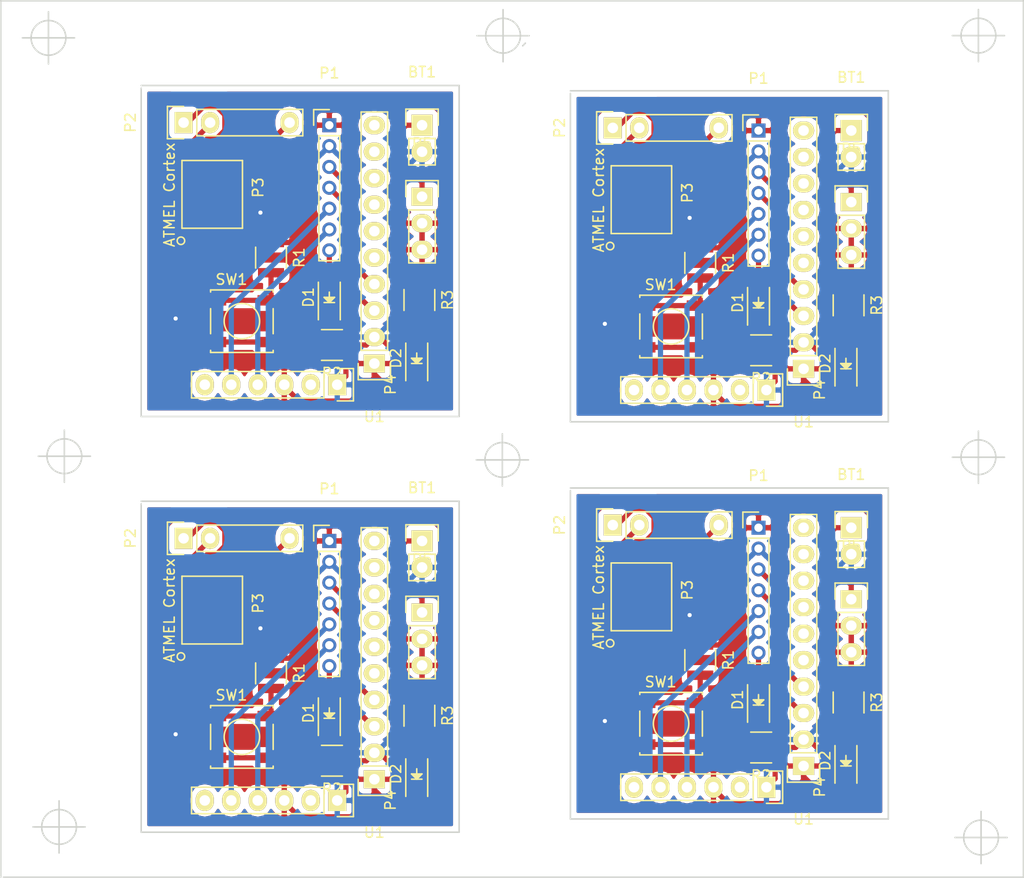
<source format=kicad_pcb>
(kicad_pcb (version 4) (host pcbnew 4.0.4+e1-6308~48~ubuntu16.04.1-stable)
  (title_block (title "BIOT Node 0 .4") (rev 0) (company "Motion Capture Systems") (comment 1 "Jon Kelly") (comment 4 "Biot Node"))
  (layers (0 F.Cu mixed) (31 B.Cu signal) (34 B.Paste user) (35 F.Paste user) (36 B.SilkS user) (37 F.SilkS user) (38 B.Mask user) (39 F.Mask user) (44 Edge.Cuts user))
  (net 0 "")
  (net 1 "Net-(D1-Pad1)")
  (net 2 "Net-(D1-Pad2)")
  (net 3 GND)
  (net 4 "Net-(D2-Pad2)")
  (net 5 +3V3)
  (net 6 SWDCLK)
  (net 7 NRST)
  (net 8 SWDIO)
  (net 9 TX)
  (net 10 RX)
  (net 11 SCLK)
  (net 12 SDA)
  (net 13 "Net-(P4-Pad6)")
  (net 14 "Net-(U1-Pad5)")
  (net 15 "Net-(U1-Pad6)")
  (net 16 "Net-(U1-Pad7)")
  (net 17 "Net-(U1-Pad8)")
  (net 18 "Net-(U1-Pad9)")
  (net 19 "Net-(U1-Pad10)")
  (net 20 "Net-(BT1-Pad1)")
  (net 21 "Net-(P3-Pad6)")
  (net 22 "Net-(P3-Pad8)")
  (net 23 "Net-(P3-Pad7)")
  (net 24 "Net-(P4-Pad2)")
  (module Pin_Headers:Pin_Header_Straight_1x05 (layer F.Cu) (at 147.828 146.05 90)
    (fp_text reference P2 (at 0 -5.1 90) (layer F.SilkS))
    (fp_text value ATSAMR21B-TEST-POINTs)
    (pad 1 thru_hole rect (at 0 0 90) (size 2.032 1.7272) (drill 1.016) (layers *.Cu *.Mask F.SilkS) (net 6 SWDCLK))
    (pad 2 thru_hole oval (at 0 2.54 90) (size 2.032 1.7272) (drill 1.016) (layers *.Cu *.Mask F.SilkS) (net 8 SWDIO))
    (pad 5 thru_hole oval (at 0 10.16 90) (size 2.032 1.7272) (drill 1.016) (layers *.Cu *.Mask F.SilkS) (net 7 NRST))
  )
  (module Pin_Headers:Pin_Header_Straight_1x06 (layer F.Cu) (at 162.56 171.196 270)
    (fp_text reference P4 (at 0 -5.1 270) (layer F.SilkS))
    (fp_text value FTDI/Serial)
    (pad 1 thru_hole rect (at 0 0 270) (size 2.032 1.7272) (drill 1.016) (layers *.Cu *.Mask F.SilkS) (net 3 GND))
    (pad 2 thru_hole oval (at 0 2.54 270) (size 2.032 1.7272) (drill 1.016) (layers *.Cu *.Mask F.SilkS) (net 24 "Net-(P4-Pad2)"))
    (pad 3 thru_hole oval (at 0 5.08 270) (size 2.032 1.7272) (drill 1.016) (layers *.Cu *.Mask F.SilkS) (net 5 +3V3))
    (pad 4 thru_hole oval (at 0 7.62 270) (size 2.032 1.7272) (drill 1.016) (layers *.Cu *.Mask F.SilkS) (net 9 TX))
    (pad 5 thru_hole oval (at 0 10.16 270) (size 2.032 1.7272) (drill 1.016) (layers *.Cu *.Mask F.SilkS) (net 10 RX))
    (pad 6 thru_hole oval (at 0 12.7 270) (size 2.032 1.7272) (drill 1.016) (layers *.Cu *.Mask F.SilkS) (net 13 "Net-(P4-Pad6)"))
  )
  (module Pin_Headers:Pin_Header_Straight_1x07_Pitch2.00mm (layer F.Cu) (at 161.798 146.304)
    (fp_text reference P1 (at 0 -5) (layer F.SilkS))
    (fp_text value ATSAMR21B)
    (pad 1 thru_hole rect (at 0 0) (size 1.35 1.35) (drill 0.8) (layers *.Cu *.Mask) (net 5 +3V3))
    (pad 2 thru_hole circle (at 0 2) (size 1.35 1.35) (drill 0.8) (layers *.Cu *.Mask) (net 3 GND))
    (pad 3 thru_hole circle (at 0 4) (size 1.35 1.35) (drill 0.8) (layers *.Cu *.Mask) (net 12 SDA))
    (pad 4 thru_hole circle (at 0 6) (size 1.35 1.35) (drill 0.8) (layers *.Cu *.Mask) (net 11 SCLK))
    (pad 5 thru_hole circle (at 0 8) (size 1.35 1.35) (drill 0.8) (layers *.Cu *.Mask) (net 10 RX))
    (pad 6 thru_hole circle (at 0 10) (size 1.35 1.35) (drill 0.8) (layers *.Cu *.Mask) (net 9 TX))
    (pad 7 thru_hole circle (at 0 12) (size 1.35 1.35) (drill 0.8) (layers *.Cu *.Mask) (net 2 "Net-(D1-Pad2)"))
  )
  (module Resistors_SMD:R_1210 (layer F.Cu) (at 156.21 159.004 270)
    (fp_text reference R1 (at 0 -2.7 270) (layer F.SilkS))
    (fp_text value 10k)
    (pad 1 smd rect (at -1.45 0 270) (size 0.9 2.5) (layers F.Cu F.Paste F.Mask) (net 5 +3V3))
    (pad 2 smd rect (at 1.45 0 270) (size 0.9 2.5) (layers F.Cu F.Paste F.Mask) (net 7 NRST))
  )
  (module Buttons_Switches_SMD:SW_SPST_EVPBF (layer F.Cu) (at 153.416 165.1)
    (fp_text reference SW1 (at -1 -4) (layer F.SilkS))
    (fp_text value RESET)
    (pad 1 smd rect (at 2.875 -2) (size 2.75 1) (layers F.Cu F.Paste F.Mask) (net 7 NRST))
    (pad 1 smd rect (at -2.875 -2) (size 2.75 1) (layers F.Cu F.Paste F.Mask) (net 7 NRST))
    (pad 2 smd rect (at -2.875 2) (size 2.75 1) (layers F.Cu F.Paste F.Mask) (net 3 GND))
    (pad 2 smd rect (at 2.875 2) (size 2.75 1) (layers F.Cu F.Paste F.Mask) (net 3 GND))
  )
  (module atmelSAM:ATMEL_cortex_header_smd (layer F.Cu) (at 153.572 156.286 90)
    (fp_text reference P3 (at 4 1.4 90) (layer F.SilkS))
    (fp_text value ATMEL-CORTEX hide)
    (fp_text user "ATMEL Cortex" (at 3.3 -7.1 90) (layer F.SilkS))
    (pad 2 smd rect (at 5.41 -5.49) (size 0.75 2.5) (layers F.Cu F.Paste F.Mask) (net 8 SWDIO))
    (pad 4 smd rect (at 5.41 -4.22) (size 0.75 2.5) (layers F.Cu F.Paste F.Mask) (net 6 SWDCLK))
    (pad 6 smd rect (at 5.41 -2.95) (size 0.75 2.5) (layers F.Cu F.Paste F.Mask) (net 21 "Net-(P3-Pad6)"))
    (pad 8 smd rect (at 5.41 -1.68) (size 0.75 2.5) (layers F.Cu F.Paste F.Mask) (net 22 "Net-(P3-Pad8)"))
    (pad 10 smd rect (at 5.41 -0.41) (size 0.75 2.5) (layers F.Cu F.Paste F.Mask) (net 7 NRST))
    (pad 9 smd rect (at 1.4 -0.41) (size 0.75 2.5) (layers F.Cu F.Paste F.Mask) (net 3 GND))
    (pad 7 smd rect (at 1.4 -1.68) (size 0.75 2.5) (layers F.Cu F.Paste F.Mask) (net 23 "Net-(P3-Pad7)"))
    (pad 5 smd rect (at 1.4 -2.95) (size 0.75 2.5) (layers F.Cu F.Paste F.Mask) (net 3 GND))
    (pad 3 smd rect (at 1.4 -4.22) (size 0.75 2.5) (layers F.Cu F.Paste F.Mask) (net 3 GND))
    (pad 1 smd rect (at 1.4 -5.49) (size 0.75 2.5) (layers F.Cu F.Paste F.Mask) (net 5 +3V3))
  )
  (module Resistors_SMD:R_1210 (layer F.Cu) (at 162.052 167.386 180)
    (fp_text reference R2 (at 0 -2.7 180) (layer F.SilkS))
    (fp_text value 39)
    (pad 1 smd rect (at -1.45 0 180) (size 0.9 2.5) (layers F.Cu F.Paste F.Mask) (net 3 GND))
    (pad 2 smd rect (at 1.45 0 180) (size 0.9 2.5) (layers F.Cu F.Paste F.Mask) (net 1 "Net-(D1-Pad1)"))
  )
  (module Pin_Headers:Pin_Header_Straight_1x10 (layer F.Cu) (at 166.116 169.164 180)
    (fp_text reference U1 (at 0 -5.1 180) (layer F.SilkS))
    (fp_text value MPU9250-Breakout)
    (pad 1 thru_hole rect (at 0 0 180) (size 2.032 1.7272) (drill 1.016) (layers *.Cu *.Mask F.SilkS) (net 5 +3V3))
    (pad 2 thru_hole oval (at 0 2.54 180) (size 2.032 1.7272) (drill 1.016) (layers *.Cu *.Mask F.SilkS) (net 3 GND))
    (pad 3 thru_hole oval (at 0 5.08 180) (size 2.032 1.7272) (drill 1.016) (layers *.Cu *.Mask F.SilkS) (net 11 SCLK))
    (pad 4 thru_hole oval (at 0 7.62 180) (size 2.032 1.7272) (drill 1.016) (layers *.Cu *.Mask F.SilkS) (net 12 SDA))
    (pad 5 thru_hole oval (at 0 10.16 180) (size 2.032 1.7272) (drill 1.016) (layers *.Cu *.Mask F.SilkS) (net 14 "Net-(U1-Pad5)"))
    (pad 6 thru_hole oval (at 0 12.7 180) (size 2.032 1.7272) (drill 1.016) (layers *.Cu *.Mask F.SilkS) (net 15 "Net-(U1-Pad6)"))
    (pad 7 thru_hole oval (at 0 15.24 180) (size 2.032 1.7272) (drill 1.016) (layers *.Cu *.Mask F.SilkS) (net 16 "Net-(U1-Pad7)"))
    (pad 8 thru_hole oval (at 0 17.78 180) (size 2.032 1.7272) (drill 1.016) (layers *.Cu *.Mask F.SilkS) (net 17 "Net-(U1-Pad8)"))
    (pad 9 thru_hole oval (at 0 20.32 180) (size 2.032 1.7272) (drill 1.016) (layers *.Cu *.Mask F.SilkS) (net 18 "Net-(U1-Pad9)"))
    (pad 10 thru_hole oval (at 0 22.86 180) (size 2.032 1.7272) (drill 1.016) (layers *.Cu *.Mask F.SilkS) (net 19 "Net-(U1-Pad10)"))
  )
  (module Pin_Headers:Pin_Header_Straight_1x03 (layer F.Cu) (at 170.688 153.162)
    (fp_text reference P5 (at 0 -5.1) (layer F.SilkS))
    (fp_text value "On/Off Header")
    (pad 1 thru_hole rect (at 0 0) (size 2.032 1.7272) (drill 1.016) (layers *.Cu *.Mask F.SilkS) (net 20 "Net-(BT1-Pad1)"))
    (pad 2 thru_hole oval (at 0 2.54) (size 2.032 1.7272) (drill 1.016) (layers *.Cu *.Mask F.SilkS) (net 5 +3V3))
    (pad 3 thru_hole oval (at 0 5.08) (size 2.032 1.7272) (drill 1.016) (layers *.Cu *.Mask F.SilkS) (net 5 +3V3))
  )
  (module Pin_Headers:Pin_Header_Straight_1x02 (layer F.Cu) (at 170.688 146.304)
    (fp_text reference BT1 (at 0 -5.1) (layer F.SilkS))
    (fp_text value 1.5V)
    (pad 1 thru_hole rect (at 0 0) (size 2.032 2.032) (drill 1.016) (layers *.Cu *.Mask F.SilkS) (net 20 "Net-(BT1-Pad1)"))
    (pad 2 thru_hole oval (at 0 2.54) (size 2.032 2.032) (drill 1.016) (layers *.Cu *.Mask F.SilkS) (net 3 GND))
  )
  (module LEDs:LED_1206 (layer F.Cu) (at 170.18 168.656 90)
    (fp_text reference D2 (at 0 -2 90) (layer F.SilkS))
    (fp_text value PWR)
    (pad 2 smd rect (at 1.41986 0 270) (size 1.59766 1.80086) (layers F.Cu F.Paste F.Mask) (net 4 "Net-(D2-Pad2)"))
    (pad 1 smd rect (at -1.41986 0 270) (size 1.59766 1.80086) (layers F.Cu F.Paste F.Mask) (net 3 GND))
  )
  (module LEDs:LED_1206 (layer F.Cu) (at 161.798 162.814 90)
    (fp_text reference D1 (at 0 -2 90) (layer F.SilkS))
    (fp_text value SIGNAL)
    (pad 2 smd rect (at 1.41986 0 270) (size 1.59766 1.80086) (layers F.Cu F.Paste F.Mask) (net 2 "Net-(D1-Pad2)"))
    (pad 1 smd rect (at -1.41986 0 270) (size 1.59766 1.80086) (layers F.Cu F.Paste F.Mask) (net 1 "Net-(D1-Pad1)"))
  )
  (module Resistors_SMD:R_1210 (layer F.Cu) (at 170.434 163.068 270)
    (fp_text reference R3 (at 0 -2.7 270) (layer F.SilkS))
    (fp_text value 39)
    (pad 1 smd rect (at -1.45 0 270) (size 0.9 2.5) (layers F.Cu F.Paste F.Mask) (net 5 +3V3))
    (pad 2 smd rect (at 1.45 0 270) (size 0.9 2.5) (layers F.Cu F.Paste F.Mask) (net 4 "Net-(D2-Pad2)"))
  )
  (module Pin_Headers:Pin_Header_Straight_1x05 (layer F.Cu) (at 106.68 147.32 90)
    (fp_text reference P2 (at 0 -5.1 90) (layer F.SilkS))
    (fp_text value ATSAMR21B-TEST-POINTs)
    (pad 1 thru_hole rect (at 0 0 90) (size 2.032 1.7272) (drill 1.016) (layers *.Cu *.Mask F.SilkS) (net 6 SWDCLK))
    (pad 2 thru_hole oval (at 0 2.54 90) (size 2.032 1.7272) (drill 1.016) (layers *.Cu *.Mask F.SilkS) (net 8 SWDIO))
    (pad 5 thru_hole oval (at 0 10.16 90) (size 2.032 1.7272) (drill 1.016) (layers *.Cu *.Mask F.SilkS) (net 7 NRST))
  )
  (module Pin_Headers:Pin_Header_Straight_1x06 (layer F.Cu) (at 121.412 172.466 270)
    (fp_text reference P4 (at 0 -5.1 270) (layer F.SilkS))
    (fp_text value FTDI/Serial)
    (pad 1 thru_hole rect (at 0 0 270) (size 2.032 1.7272) (drill 1.016) (layers *.Cu *.Mask F.SilkS) (net 3 GND))
    (pad 2 thru_hole oval (at 0 2.54 270) (size 2.032 1.7272) (drill 1.016) (layers *.Cu *.Mask F.SilkS) (net 24 "Net-(P4-Pad2)"))
    (pad 3 thru_hole oval (at 0 5.08 270) (size 2.032 1.7272) (drill 1.016) (layers *.Cu *.Mask F.SilkS) (net 5 +3V3))
    (pad 4 thru_hole oval (at 0 7.62 270) (size 2.032 1.7272) (drill 1.016) (layers *.Cu *.Mask F.SilkS) (net 9 TX))
    (pad 5 thru_hole oval (at 0 10.16 270) (size 2.032 1.7272) (drill 1.016) (layers *.Cu *.Mask F.SilkS) (net 10 RX))
    (pad 6 thru_hole oval (at 0 12.7 270) (size 2.032 1.7272) (drill 1.016) (layers *.Cu *.Mask F.SilkS) (net 13 "Net-(P4-Pad6)"))
  )
  (module Pin_Headers:Pin_Header_Straight_1x07_Pitch2.00mm (layer F.Cu) (at 120.65 147.574)
    (fp_text reference P1 (at 0 -5) (layer F.SilkS))
    (fp_text value ATSAMR21B)
    (pad 1 thru_hole rect (at 0 0) (size 1.35 1.35) (drill 0.8) (layers *.Cu *.Mask) (net 5 +3V3))
    (pad 2 thru_hole circle (at 0 2) (size 1.35 1.35) (drill 0.8) (layers *.Cu *.Mask) (net 3 GND))
    (pad 3 thru_hole circle (at 0 4) (size 1.35 1.35) (drill 0.8) (layers *.Cu *.Mask) (net 12 SDA))
    (pad 4 thru_hole circle (at 0 6) (size 1.35 1.35) (drill 0.8) (layers *.Cu *.Mask) (net 11 SCLK))
    (pad 5 thru_hole circle (at 0 8) (size 1.35 1.35) (drill 0.8) (layers *.Cu *.Mask) (net 10 RX))
    (pad 6 thru_hole circle (at 0 10) (size 1.35 1.35) (drill 0.8) (layers *.Cu *.Mask) (net 9 TX))
    (pad 7 thru_hole circle (at 0 12) (size 1.35 1.35) (drill 0.8) (layers *.Cu *.Mask) (net 2 "Net-(D1-Pad2)"))
  )
  (module Resistors_SMD:R_1210 (layer F.Cu) (at 115.062 160.274 270)
    (fp_text reference R1 (at 0 -2.7 270) (layer F.SilkS))
    (fp_text value 10k)
    (pad 1 smd rect (at -1.45 0 270) (size 0.9 2.5) (layers F.Cu F.Paste F.Mask) (net 5 +3V3))
    (pad 2 smd rect (at 1.45 0 270) (size 0.9 2.5) (layers F.Cu F.Paste F.Mask) (net 7 NRST))
  )
  (module Buttons_Switches_SMD:SW_SPST_EVPBF (layer F.Cu) (at 112.268 166.37)
    (fp_text reference SW1 (at -1 -4) (layer F.SilkS))
    (fp_text value RESET)
    (pad 1 smd rect (at 2.875 -2) (size 2.75 1) (layers F.Cu F.Paste F.Mask) (net 7 NRST))
    (pad 1 smd rect (at -2.875 -2) (size 2.75 1) (layers F.Cu F.Paste F.Mask) (net 7 NRST))
    (pad 2 smd rect (at -2.875 2) (size 2.75 1) (layers F.Cu F.Paste F.Mask) (net 3 GND))
    (pad 2 smd rect (at 2.875 2) (size 2.75 1) (layers F.Cu F.Paste F.Mask) (net 3 GND))
  )
  (module atmelSAM:ATMEL_cortex_header_smd (layer F.Cu) (at 112.424 157.556 90)
    (fp_text reference P3 (at 4 1.4 90) (layer F.SilkS))
    (fp_text value ATMEL-CORTEX hide)
    (fp_text user "ATMEL Cortex" (at 3.3 -7.1 90) (layer F.SilkS))
    (pad 2 smd rect (at 5.41 -5.49) (size 0.75 2.5) (layers F.Cu F.Paste F.Mask) (net 8 SWDIO))
    (pad 4 smd rect (at 5.41 -4.22) (size 0.75 2.5) (layers F.Cu F.Paste F.Mask) (net 6 SWDCLK))
    (pad 6 smd rect (at 5.41 -2.95) (size 0.75 2.5) (layers F.Cu F.Paste F.Mask) (net 21 "Net-(P3-Pad6)"))
    (pad 8 smd rect (at 5.41 -1.68) (size 0.75 2.5) (layers F.Cu F.Paste F.Mask) (net 22 "Net-(P3-Pad8)"))
    (pad 10 smd rect (at 5.41 -0.41) (size 0.75 2.5) (layers F.Cu F.Paste F.Mask) (net 7 NRST))
    (pad 9 smd rect (at 1.4 -0.41) (size 0.75 2.5) (layers F.Cu F.Paste F.Mask) (net 3 GND))
    (pad 7 smd rect (at 1.4 -1.68) (size 0.75 2.5) (layers F.Cu F.Paste F.Mask) (net 23 "Net-(P3-Pad7)"))
    (pad 5 smd rect (at 1.4 -2.95) (size 0.75 2.5) (layers F.Cu F.Paste F.Mask) (net 3 GND))
    (pad 3 smd rect (at 1.4 -4.22) (size 0.75 2.5) (layers F.Cu F.Paste F.Mask) (net 3 GND))
    (pad 1 smd rect (at 1.4 -5.49) (size 0.75 2.5) (layers F.Cu F.Paste F.Mask) (net 5 +3V3))
  )
  (module Resistors_SMD:R_1210 (layer F.Cu) (at 120.904 168.656 180)
    (fp_text reference R2 (at 0 -2.7 180) (layer F.SilkS))
    (fp_text value 39)
    (pad 1 smd rect (at -1.45 0 180) (size 0.9 2.5) (layers F.Cu F.Paste F.Mask) (net 3 GND))
    (pad 2 smd rect (at 1.45 0 180) (size 0.9 2.5) (layers F.Cu F.Paste F.Mask) (net 1 "Net-(D1-Pad1)"))
  )
  (module Pin_Headers:Pin_Header_Straight_1x10 (layer F.Cu) (at 124.968 170.434 180)
    (fp_text reference U1 (at 0 -5.1 180) (layer F.SilkS))
    (fp_text value MPU9250-Breakout)
    (pad 1 thru_hole rect (at 0 0 180) (size 2.032 1.7272) (drill 1.016) (layers *.Cu *.Mask F.SilkS) (net 5 +3V3))
    (pad 2 thru_hole oval (at 0 2.54 180) (size 2.032 1.7272) (drill 1.016) (layers *.Cu *.Mask F.SilkS) (net 3 GND))
    (pad 3 thru_hole oval (at 0 5.08 180) (size 2.032 1.7272) (drill 1.016) (layers *.Cu *.Mask F.SilkS) (net 11 SCLK))
    (pad 4 thru_hole oval (at 0 7.62 180) (size 2.032 1.7272) (drill 1.016) (layers *.Cu *.Mask F.SilkS) (net 12 SDA))
    (pad 5 thru_hole oval (at 0 10.16 180) (size 2.032 1.7272) (drill 1.016) (layers *.Cu *.Mask F.SilkS) (net 14 "Net-(U1-Pad5)"))
    (pad 6 thru_hole oval (at 0 12.7 180) (size 2.032 1.7272) (drill 1.016) (layers *.Cu *.Mask F.SilkS) (net 15 "Net-(U1-Pad6)"))
    (pad 7 thru_hole oval (at 0 15.24 180) (size 2.032 1.7272) (drill 1.016) (layers *.Cu *.Mask F.SilkS) (net 16 "Net-(U1-Pad7)"))
    (pad 8 thru_hole oval (at 0 17.78 180) (size 2.032 1.7272) (drill 1.016) (layers *.Cu *.Mask F.SilkS) (net 17 "Net-(U1-Pad8)"))
    (pad 9 thru_hole oval (at 0 20.32 180) (size 2.032 1.7272) (drill 1.016) (layers *.Cu *.Mask F.SilkS) (net 18 "Net-(U1-Pad9)"))
    (pad 10 thru_hole oval (at 0 22.86 180) (size 2.032 1.7272) (drill 1.016) (layers *.Cu *.Mask F.SilkS) (net 19 "Net-(U1-Pad10)"))
  )
  (module Pin_Headers:Pin_Header_Straight_1x03 (layer F.Cu) (at 129.54 154.432)
    (fp_text reference P5 (at 0 -5.1) (layer F.SilkS))
    (fp_text value "On/Off Header")
    (pad 1 thru_hole rect (at 0 0) (size 2.032 1.7272) (drill 1.016) (layers *.Cu *.Mask F.SilkS) (net 20 "Net-(BT1-Pad1)"))
    (pad 2 thru_hole oval (at 0 2.54) (size 2.032 1.7272) (drill 1.016) (layers *.Cu *.Mask F.SilkS) (net 5 +3V3))
    (pad 3 thru_hole oval (at 0 5.08) (size 2.032 1.7272) (drill 1.016) (layers *.Cu *.Mask F.SilkS) (net 5 +3V3))
  )
  (module Pin_Headers:Pin_Header_Straight_1x02 (layer F.Cu) (at 129.54 147.574)
    (fp_text reference BT1 (at 0 -5.1) (layer F.SilkS))
    (fp_text value 1.5V)
    (pad 1 thru_hole rect (at 0 0) (size 2.032 2.032) (drill 1.016) (layers *.Cu *.Mask F.SilkS) (net 20 "Net-(BT1-Pad1)"))
    (pad 2 thru_hole oval (at 0 2.54) (size 2.032 2.032) (drill 1.016) (layers *.Cu *.Mask F.SilkS) (net 3 GND))
  )
  (module LEDs:LED_1206 (layer F.Cu) (at 129.032 169.926 90)
    (fp_text reference D2 (at 0 -2 90) (layer F.SilkS))
    (fp_text value PWR)
    (pad 2 smd rect (at 1.41986 0 270) (size 1.59766 1.80086) (layers F.Cu F.Paste F.Mask) (net 4 "Net-(D2-Pad2)"))
    (pad 1 smd rect (at -1.41986 0 270) (size 1.59766 1.80086) (layers F.Cu F.Paste F.Mask) (net 3 GND))
  )
  (module LEDs:LED_1206 (layer F.Cu) (at 120.65 164.084 90)
    (fp_text reference D1 (at 0 -2 90) (layer F.SilkS))
    (fp_text value SIGNAL)
    (pad 2 smd rect (at 1.41986 0 270) (size 1.59766 1.80086) (layers F.Cu F.Paste F.Mask) (net 2 "Net-(D1-Pad2)"))
    (pad 1 smd rect (at -1.41986 0 270) (size 1.59766 1.80086) (layers F.Cu F.Paste F.Mask) (net 1 "Net-(D1-Pad1)"))
  )
  (module Resistors_SMD:R_1210 (layer F.Cu) (at 129.286 164.338 270)
    (fp_text reference R3 (at 0 -2.7 270) (layer F.SilkS))
    (fp_text value 39)
    (pad 1 smd rect (at -1.45 0 270) (size 0.9 2.5) (layers F.Cu F.Paste F.Mask) (net 5 +3V3))
    (pad 2 smd rect (at 1.45 0 270) (size 0.9 2.5) (layers F.Cu F.Paste F.Mask) (net 4 "Net-(D2-Pad2)"))
  )
  (module Buttons_Switches_SMD:SW_SPST_EVPBF (layer F.Cu) (at 112.268 126.492)
    (fp_text reference SW1 (at -1 -4) (layer F.SilkS))
    (fp_text value RESET)
    (pad 1 smd rect (at 2.875 -2) (size 2.75 1) (layers F.Cu F.Paste F.Mask) (net 7 NRST))
    (pad 1 smd rect (at -2.875 -2) (size 2.75 1) (layers F.Cu F.Paste F.Mask) (net 7 NRST))
    (pad 2 smd rect (at -2.875 2) (size 2.75 1) (layers F.Cu F.Paste F.Mask) (net 3 GND))
    (pad 2 smd rect (at 2.875 2) (size 2.75 1) (layers F.Cu F.Paste F.Mask) (net 3 GND))
  )
  (module Resistors_SMD:R_1210 (layer F.Cu) (at 115.062 120.396 270)
    (fp_text reference R1 (at 0 -2.7 270) (layer F.SilkS))
    (fp_text value 10k)
    (pad 1 smd rect (at -1.45 0 270) (size 0.9 2.5) (layers F.Cu F.Paste F.Mask) (net 5 +3V3))
    (pad 2 smd rect (at 1.45 0 270) (size 0.9 2.5) (layers F.Cu F.Paste F.Mask) (net 7 NRST))
  )
  (module atmelSAM:ATMEL_cortex_header_smd (layer F.Cu) (at 112.424 117.678 90)
    (fp_text reference P3 (at 4 1.4 90) (layer F.SilkS))
    (fp_text value ATMEL-CORTEX hide)
    (fp_text user "ATMEL Cortex" (at 3.3 -7.1 90) (layer F.SilkS))
    (pad 2 smd rect (at 5.41 -5.49) (size 0.75 2.5) (layers F.Cu F.Paste F.Mask) (net 8 SWDIO))
    (pad 4 smd rect (at 5.41 -4.22) (size 0.75 2.5) (layers F.Cu F.Paste F.Mask) (net 6 SWDCLK))
    (pad 6 smd rect (at 5.41 -2.95) (size 0.75 2.5) (layers F.Cu F.Paste F.Mask) (net 21 "Net-(P3-Pad6)"))
    (pad 8 smd rect (at 5.41 -1.68) (size 0.75 2.5) (layers F.Cu F.Paste F.Mask) (net 22 "Net-(P3-Pad8)"))
    (pad 10 smd rect (at 5.41 -0.41) (size 0.75 2.5) (layers F.Cu F.Paste F.Mask) (net 7 NRST))
    (pad 9 smd rect (at 1.4 -0.41) (size 0.75 2.5) (layers F.Cu F.Paste F.Mask) (net 3 GND))
    (pad 7 smd rect (at 1.4 -1.68) (size 0.75 2.5) (layers F.Cu F.Paste F.Mask) (net 23 "Net-(P3-Pad7)"))
    (pad 5 smd rect (at 1.4 -2.95) (size 0.75 2.5) (layers F.Cu F.Paste F.Mask) (net 3 GND))
    (pad 3 smd rect (at 1.4 -4.22) (size 0.75 2.5) (layers F.Cu F.Paste F.Mask) (net 3 GND))
    (pad 1 smd rect (at 1.4 -5.49) (size 0.75 2.5) (layers F.Cu F.Paste F.Mask) (net 5 +3V3))
  )
  (module Resistors_SMD:R_1210 (layer F.Cu) (at 120.904 128.778 180)
    (fp_text reference R2 (at 0 -2.7 180) (layer F.SilkS))
    (fp_text value 39)
    (pad 1 smd rect (at -1.45 0 180) (size 0.9 2.5) (layers F.Cu F.Paste F.Mask) (net 3 GND))
    (pad 2 smd rect (at 1.45 0 180) (size 0.9 2.5) (layers F.Cu F.Paste F.Mask) (net 1 "Net-(D1-Pad1)"))
  )
  (module Pin_Headers:Pin_Header_Straight_1x05 (layer F.Cu) (at 106.68 107.442 90)
    (fp_text reference P2 (at 0 -5.1 90) (layer F.SilkS))
    (fp_text value ATSAMR21B-TEST-POINTs)
    (pad 1 thru_hole rect (at 0 0 90) (size 2.032 1.7272) (drill 1.016) (layers *.Cu *.Mask F.SilkS) (net 6 SWDCLK))
    (pad 2 thru_hole oval (at 0 2.54 90) (size 2.032 1.7272) (drill 1.016) (layers *.Cu *.Mask F.SilkS) (net 8 SWDIO))
    (pad 5 thru_hole oval (at 0 10.16 90) (size 2.032 1.7272) (drill 1.016) (layers *.Cu *.Mask F.SilkS) (net 7 NRST))
  )
  (module Pin_Headers:Pin_Header_Straight_1x07_Pitch2.00mm (layer F.Cu) (at 120.65 107.696)
    (fp_text reference P1 (at 0 -5) (layer F.SilkS))
    (fp_text value ATSAMR21B)
    (pad 1 thru_hole rect (at 0 0) (size 1.35 1.35) (drill 0.8) (layers *.Cu *.Mask) (net 5 +3V3))
    (pad 2 thru_hole circle (at 0 2) (size 1.35 1.35) (drill 0.8) (layers *.Cu *.Mask) (net 3 GND))
    (pad 3 thru_hole circle (at 0 4) (size 1.35 1.35) (drill 0.8) (layers *.Cu *.Mask) (net 12 SDA))
    (pad 4 thru_hole circle (at 0 6) (size 1.35 1.35) (drill 0.8) (layers *.Cu *.Mask) (net 11 SCLK))
    (pad 5 thru_hole circle (at 0 8) (size 1.35 1.35) (drill 0.8) (layers *.Cu *.Mask) (net 10 RX))
    (pad 6 thru_hole circle (at 0 10) (size 1.35 1.35) (drill 0.8) (layers *.Cu *.Mask) (net 9 TX))
    (pad 7 thru_hole circle (at 0 12) (size 1.35 1.35) (drill 0.8) (layers *.Cu *.Mask) (net 2 "Net-(D1-Pad2)"))
  )
  (module LEDs:LED_1206 (layer F.Cu) (at 120.65 124.206 90)
    (fp_text reference D1 (at 0 -2 90) (layer F.SilkS))
    (fp_text value SIGNAL)
    (pad 2 smd rect (at 1.41986 0 270) (size 1.59766 1.80086) (layers F.Cu F.Paste F.Mask) (net 2 "Net-(D1-Pad2)"))
    (pad 1 smd rect (at -1.41986 0 270) (size 1.59766 1.80086) (layers F.Cu F.Paste F.Mask) (net 1 "Net-(D1-Pad1)"))
  )
  (module Pin_Headers:Pin_Header_Straight_1x06 (layer F.Cu) (at 121.412 132.588 270)
    (fp_text reference P4 (at 0 -5.1 270) (layer F.SilkS))
    (fp_text value FTDI/Serial)
    (pad 1 thru_hole rect (at 0 0 270) (size 2.032 1.7272) (drill 1.016) (layers *.Cu *.Mask F.SilkS) (net 3 GND))
    (pad 2 thru_hole oval (at 0 2.54 270) (size 2.032 1.7272) (drill 1.016) (layers *.Cu *.Mask F.SilkS) (net 24 "Net-(P4-Pad2)"))
    (pad 3 thru_hole oval (at 0 5.08 270) (size 2.032 1.7272) (drill 1.016) (layers *.Cu *.Mask F.SilkS) (net 5 +3V3))
    (pad 4 thru_hole oval (at 0 7.62 270) (size 2.032 1.7272) (drill 1.016) (layers *.Cu *.Mask F.SilkS) (net 9 TX))
    (pad 5 thru_hole oval (at 0 10.16 270) (size 2.032 1.7272) (drill 1.016) (layers *.Cu *.Mask F.SilkS) (net 10 RX))
    (pad 6 thru_hole oval (at 0 12.7 270) (size 2.032 1.7272) (drill 1.016) (layers *.Cu *.Mask F.SilkS) (net 13 "Net-(P4-Pad6)"))
  )
  (module Pin_Headers:Pin_Header_Straight_1x10 (layer F.Cu) (at 124.968 130.556 180)
    (fp_text reference U1 (at 0 -5.1 180) (layer F.SilkS))
    (fp_text value MPU9250-Breakout)
    (pad 1 thru_hole rect (at 0 0 180) (size 2.032 1.7272) (drill 1.016) (layers *.Cu *.Mask F.SilkS) (net 5 +3V3))
    (pad 2 thru_hole oval (at 0 2.54 180) (size 2.032 1.7272) (drill 1.016) (layers *.Cu *.Mask F.SilkS) (net 3 GND))
    (pad 3 thru_hole oval (at 0 5.08 180) (size 2.032 1.7272) (drill 1.016) (layers *.Cu *.Mask F.SilkS) (net 11 SCLK))
    (pad 4 thru_hole oval (at 0 7.62 180) (size 2.032 1.7272) (drill 1.016) (layers *.Cu *.Mask F.SilkS) (net 12 SDA))
    (pad 5 thru_hole oval (at 0 10.16 180) (size 2.032 1.7272) (drill 1.016) (layers *.Cu *.Mask F.SilkS) (net 14 "Net-(U1-Pad5)"))
    (pad 6 thru_hole oval (at 0 12.7 180) (size 2.032 1.7272) (drill 1.016) (layers *.Cu *.Mask F.SilkS) (net 15 "Net-(U1-Pad6)"))
    (pad 7 thru_hole oval (at 0 15.24 180) (size 2.032 1.7272) (drill 1.016) (layers *.Cu *.Mask F.SilkS) (net 16 "Net-(U1-Pad7)"))
    (pad 8 thru_hole oval (at 0 17.78 180) (size 2.032 1.7272) (drill 1.016) (layers *.Cu *.Mask F.SilkS) (net 17 "Net-(U1-Pad8)"))
    (pad 9 thru_hole oval (at 0 20.32 180) (size 2.032 1.7272) (drill 1.016) (layers *.Cu *.Mask F.SilkS) (net 18 "Net-(U1-Pad9)"))
    (pad 10 thru_hole oval (at 0 22.86 180) (size 2.032 1.7272) (drill 1.016) (layers *.Cu *.Mask F.SilkS) (net 19 "Net-(U1-Pad10)"))
  )
  (module Resistors_SMD:R_1210 (layer F.Cu) (at 129.286 124.46 270)
    (fp_text reference R3 (at 0 -2.7 270) (layer F.SilkS))
    (fp_text value 39)
    (pad 1 smd rect (at -1.45 0 270) (size 0.9 2.5) (layers F.Cu F.Paste F.Mask) (net 5 +3V3))
    (pad 2 smd rect (at 1.45 0 270) (size 0.9 2.5) (layers F.Cu F.Paste F.Mask) (net 4 "Net-(D2-Pad2)"))
  )
  (module Pin_Headers:Pin_Header_Straight_1x03 (layer F.Cu) (at 129.54 114.554)
    (fp_text reference P5 (at 0 -5.1) (layer F.SilkS))
    (fp_text value "On/Off Header")
    (pad 1 thru_hole rect (at 0 0) (size 2.032 1.7272) (drill 1.016) (layers *.Cu *.Mask F.SilkS) (net 20 "Net-(BT1-Pad1)"))
    (pad 2 thru_hole oval (at 0 2.54) (size 2.032 1.7272) (drill 1.016) (layers *.Cu *.Mask F.SilkS) (net 5 +3V3))
    (pad 3 thru_hole oval (at 0 5.08) (size 2.032 1.7272) (drill 1.016) (layers *.Cu *.Mask F.SilkS) (net 5 +3V3))
  )
  (module LEDs:LED_1206 (layer F.Cu) (at 129.032 130.048 90)
    (fp_text reference D2 (at 0 -2 90) (layer F.SilkS))
    (fp_text value PWR)
    (pad 2 smd rect (at 1.41986 0 270) (size 1.59766 1.80086) (layers F.Cu F.Paste F.Mask) (net 4 "Net-(D2-Pad2)"))
    (pad 1 smd rect (at -1.41986 0 270) (size 1.59766 1.80086) (layers F.Cu F.Paste F.Mask) (net 3 GND))
  )
  (module Pin_Headers:Pin_Header_Straight_1x02 (layer F.Cu) (at 129.54 107.696)
    (fp_text reference BT1 (at 0 -5.1) (layer F.SilkS))
    (fp_text value 1.5V)
    (pad 1 thru_hole rect (at 0 0) (size 2.032 2.032) (drill 1.016) (layers *.Cu *.Mask F.SilkS) (net 20 "Net-(BT1-Pad1)"))
    (pad 2 thru_hole oval (at 0 2.54) (size 2.032 2.032) (drill 1.016) (layers *.Cu *.Mask F.SilkS) (net 3 GND))
  )
  (module Pin_Headers:Pin_Header_Straight_1x02 (layer F.Cu) (at 170.688 108.204)
    (fp_text reference BT1 (at 0 -5.1) (layer F.SilkS))
    (fp_text value 1.5V)
    (pad 1 thru_hole rect (at 0 0) (size 2.032 2.032) (drill 1.016) (layers *.Cu *.Mask F.SilkS) (net 20 "Net-(BT1-Pad1)"))
    (pad 2 thru_hole oval (at 0 2.54) (size 2.032 2.032) (drill 1.016) (layers *.Cu *.Mask F.SilkS) (net 3 GND))
  )
  (module LEDs:LED_1206 (layer F.Cu) (at 161.798 124.714 90)
    (fp_text reference D1 (at 0 -2 90) (layer F.SilkS))
    (fp_text value SIGNAL)
    (pad 2 smd rect (at 1.41986 0 270) (size 1.59766 1.80086) (layers F.Cu F.Paste F.Mask) (net 2 "Net-(D1-Pad2)"))
    (pad 1 smd rect (at -1.41986 0 270) (size 1.59766 1.80086) (layers F.Cu F.Paste F.Mask) (net 1 "Net-(D1-Pad1)"))
  )
  (module LEDs:LED_1206 (layer F.Cu) (at 170.18 130.556 90)
    (fp_text reference D2 (at 0 -2 90) (layer F.SilkS))
    (fp_text value PWR)
    (pad 2 smd rect (at 1.41986 0 270) (size 1.59766 1.80086) (layers F.Cu F.Paste F.Mask) (net 4 "Net-(D2-Pad2)"))
    (pad 1 smd rect (at -1.41986 0 270) (size 1.59766 1.80086) (layers F.Cu F.Paste F.Mask) (net 3 GND))
  )
  (module Pin_Headers:Pin_Header_Straight_1x07_Pitch2.00mm (layer F.Cu) (at 161.798 108.204)
    (fp_text reference P1 (at 0 -5) (layer F.SilkS))
    (fp_text value ATSAMR21B)
    (pad 1 thru_hole rect (at 0 0) (size 1.35 1.35) (drill 0.8) (layers *.Cu *.Mask) (net 5 +3V3))
    (pad 2 thru_hole circle (at 0 2) (size 1.35 1.35) (drill 0.8) (layers *.Cu *.Mask) (net 3 GND))
    (pad 3 thru_hole circle (at 0 4) (size 1.35 1.35) (drill 0.8) (layers *.Cu *.Mask) (net 12 SDA))
    (pad 4 thru_hole circle (at 0 6) (size 1.35 1.35) (drill 0.8) (layers *.Cu *.Mask) (net 11 SCLK))
    (pad 5 thru_hole circle (at 0 8) (size 1.35 1.35) (drill 0.8) (layers *.Cu *.Mask) (net 10 RX))
    (pad 6 thru_hole circle (at 0 10) (size 1.35 1.35) (drill 0.8) (layers *.Cu *.Mask) (net 9 TX))
    (pad 7 thru_hole circle (at 0 12) (size 1.35 1.35) (drill 0.8) (layers *.Cu *.Mask) (net 2 "Net-(D1-Pad2)"))
  )
  (module Pin_Headers:Pin_Header_Straight_1x05 (layer F.Cu) (at 147.828 107.95 90)
    (fp_text reference P2 (at 0 -5.1 90) (layer F.SilkS))
    (fp_text value ATSAMR21B-TEST-POINTs)
    (pad 1 thru_hole rect (at 0 0 90) (size 2.032 1.7272) (drill 1.016) (layers *.Cu *.Mask F.SilkS) (net 6 SWDCLK))
    (pad 2 thru_hole oval (at 0 2.54 90) (size 2.032 1.7272) (drill 1.016) (layers *.Cu *.Mask F.SilkS) (net 8 SWDIO))
    (pad 5 thru_hole oval (at 0 10.16 90) (size 2.032 1.7272) (drill 1.016) (layers *.Cu *.Mask F.SilkS) (net 7 NRST))
  )
  (module atmelSAM:ATMEL_cortex_header_smd (layer F.Cu) (at 153.572 118.186 90)
    (fp_text reference P3 (at 4 1.4 90) (layer F.SilkS))
    (fp_text value ATMEL-CORTEX hide)
    (fp_text user "ATMEL Cortex" (at 3.3 -7.1 90) (layer F.SilkS))
    (pad 2 smd rect (at 5.41 -5.49) (size 0.75 2.5) (layers F.Cu F.Paste F.Mask) (net 8 SWDIO))
    (pad 4 smd rect (at 5.41 -4.22) (size 0.75 2.5) (layers F.Cu F.Paste F.Mask) (net 6 SWDCLK))
    (pad 6 smd rect (at 5.41 -2.95) (size 0.75 2.5) (layers F.Cu F.Paste F.Mask) (net 21 "Net-(P3-Pad6)"))
    (pad 8 smd rect (at 5.41 -1.68) (size 0.75 2.5) (layers F.Cu F.Paste F.Mask) (net 22 "Net-(P3-Pad8)"))
    (pad 10 smd rect (at 5.41 -0.41) (size 0.75 2.5) (layers F.Cu F.Paste F.Mask) (net 7 NRST))
    (pad 9 smd rect (at 1.4 -0.41) (size 0.75 2.5) (layers F.Cu F.Paste F.Mask) (net 3 GND))
    (pad 7 smd rect (at 1.4 -1.68) (size 0.75 2.5) (layers F.Cu F.Paste F.Mask) (net 23 "Net-(P3-Pad7)"))
    (pad 5 smd rect (at 1.4 -2.95) (size 0.75 2.5) (layers F.Cu F.Paste F.Mask) (net 3 GND))
    (pad 3 smd rect (at 1.4 -4.22) (size 0.75 2.5) (layers F.Cu F.Paste F.Mask) (net 3 GND))
    (pad 1 smd rect (at 1.4 -5.49) (size 0.75 2.5) (layers F.Cu F.Paste F.Mask) (net 5 +3V3))
  )
  (module Pin_Headers:Pin_Header_Straight_1x06 (layer F.Cu) (at 162.56 133.096 270)
    (fp_text reference P4 (at 0 -5.1 270) (layer F.SilkS))
    (fp_text value FTDI/Serial)
    (pad 1 thru_hole rect (at 0 0 270) (size 2.032 1.7272) (drill 1.016) (layers *.Cu *.Mask F.SilkS) (net 3 GND))
    (pad 2 thru_hole oval (at 0 2.54 270) (size 2.032 1.7272) (drill 1.016) (layers *.Cu *.Mask F.SilkS) (net 24 "Net-(P4-Pad2)"))
    (pad 3 thru_hole oval (at 0 5.08 270) (size 2.032 1.7272) (drill 1.016) (layers *.Cu *.Mask F.SilkS) (net 5 +3V3))
    (pad 4 thru_hole oval (at 0 7.62 270) (size 2.032 1.7272) (drill 1.016) (layers *.Cu *.Mask F.SilkS) (net 9 TX))
    (pad 5 thru_hole oval (at 0 10.16 270) (size 2.032 1.7272) (drill 1.016) (layers *.Cu *.Mask F.SilkS) (net 10 RX))
    (pad 6 thru_hole oval (at 0 12.7 270) (size 2.032 1.7272) (drill 1.016) (layers *.Cu *.Mask F.SilkS) (net 13 "Net-(P4-Pad6)"))
  )
  (module Pin_Headers:Pin_Header_Straight_1x03 (layer F.Cu) (at 170.688 115.062)
    (fp_text reference P5 (at 0 -5.1) (layer F.SilkS))
    (fp_text value "On/Off Header")
    (pad 1 thru_hole rect (at 0 0) (size 2.032 1.7272) (drill 1.016) (layers *.Cu *.Mask F.SilkS) (net 20 "Net-(BT1-Pad1)"))
    (pad 2 thru_hole oval (at 0 2.54) (size 2.032 1.7272) (drill 1.016) (layers *.Cu *.Mask F.SilkS) (net 5 +3V3))
    (pad 3 thru_hole oval (at 0 5.08) (size 2.032 1.7272) (drill 1.016) (layers *.Cu *.Mask F.SilkS) (net 5 +3V3))
  )
  (module Resistors_SMD:R_1210 (layer F.Cu) (at 156.21 120.904 270)
    (fp_text reference R1 (at 0 -2.7 270) (layer F.SilkS))
    (fp_text value 10k)
    (pad 1 smd rect (at -1.45 0 270) (size 0.9 2.5) (layers F.Cu F.Paste F.Mask) (net 5 +3V3))
    (pad 2 smd rect (at 1.45 0 270) (size 0.9 2.5) (layers F.Cu F.Paste F.Mask) (net 7 NRST))
  )
  (module Resistors_SMD:R_1210 (layer F.Cu) (at 162.052 129.286 180)
    (fp_text reference R2 (at 0 -2.7 180) (layer F.SilkS))
    (fp_text value 39)
    (pad 1 smd rect (at -1.45 0 180) (size 0.9 2.5) (layers F.Cu F.Paste F.Mask) (net 3 GND))
    (pad 2 smd rect (at 1.45 0 180) (size 0.9 2.5) (layers F.Cu F.Paste F.Mask) (net 1 "Net-(D1-Pad1)"))
  )
  (module Resistors_SMD:R_1210 (layer F.Cu) (at 170.434 124.968 270)
    (fp_text reference R3 (at 0 -2.7 270) (layer F.SilkS))
    (fp_text value 39)
    (pad 1 smd rect (at -1.45 0 270) (size 0.9 2.5) (layers F.Cu F.Paste F.Mask) (net 5 +3V3))
    (pad 2 smd rect (at 1.45 0 270) (size 0.9 2.5) (layers F.Cu F.Paste F.Mask) (net 4 "Net-(D2-Pad2)"))
  )
  (module Buttons_Switches_SMD:SW_SPST_EVPBF (layer F.Cu) (at 153.416 127)
    (fp_text reference SW1 (at -1 -4) (layer F.SilkS))
    (fp_text value RESET)
    (pad 1 smd rect (at 2.875 -2) (size 2.75 1) (layers F.Cu F.Paste F.Mask) (net 7 NRST))
    (pad 1 smd rect (at -2.875 -2) (size 2.75 1) (layers F.Cu F.Paste F.Mask) (net 7 NRST))
    (pad 2 smd rect (at -2.875 2) (size 2.75 1) (layers F.Cu F.Paste F.Mask) (net 3 GND))
    (pad 2 smd rect (at 2.875 2) (size 2.75 1) (layers F.Cu F.Paste F.Mask) (net 3 GND))
  )
  (module Pin_Headers:Pin_Header_Straight_1x10 (layer F.Cu) (at 166.116 131.064 180)
    (fp_text reference U1 (at 0 -5.1 180) (layer F.SilkS))
    (fp_text value MPU9250-Breakout)
    (pad 1 thru_hole rect (at 0 0 180) (size 2.032 1.7272) (drill 1.016) (layers *.Cu *.Mask F.SilkS) (net 5 +3V3))
    (pad 2 thru_hole oval (at 0 2.54 180) (size 2.032 1.7272) (drill 1.016) (layers *.Cu *.Mask F.SilkS) (net 3 GND))
    (pad 3 thru_hole oval (at 0 5.08 180) (size 2.032 1.7272) (drill 1.016) (layers *.Cu *.Mask F.SilkS) (net 11 SCLK))
    (pad 4 thru_hole oval (at 0 7.62 180) (size 2.032 1.7272) (drill 1.016) (layers *.Cu *.Mask F.SilkS) (net 12 SDA))
    (pad 5 thru_hole oval (at 0 10.16 180) (size 2.032 1.7272) (drill 1.016) (layers *.Cu *.Mask F.SilkS) (net 14 "Net-(U1-Pad5)"))
    (pad 6 thru_hole oval (at 0 12.7 180) (size 2.032 1.7272) (drill 1.016) (layers *.Cu *.Mask F.SilkS) (net 15 "Net-(U1-Pad6)"))
    (pad 7 thru_hole oval (at 0 15.24 180) (size 2.032 1.7272) (drill 1.016) (layers *.Cu *.Mask F.SilkS) (net 16 "Net-(U1-Pad7)"))
    (pad 8 thru_hole oval (at 0 17.78 180) (size 2.032 1.7272) (drill 1.016) (layers *.Cu *.Mask F.SilkS) (net 17 "Net-(U1-Pad8)"))
    (pad 9 thru_hole oval (at 0 20.32 180) (size 2.032 1.7272) (drill 1.016) (layers *.Cu *.Mask F.SilkS) (net 18 "Net-(U1-Pad9)"))
    (pad 10 thru_hole oval (at 0 22.86 180) (size 2.032 1.7272) (drill 1.016) (layers *.Cu *.Mask F.SilkS) (net 19 "Net-(U1-Pad10)"))
  )
  (target plus (at 183.134 176.022) (size 5) (width 0.15) (layer Edge.Cuts))
  (target plus (at 94.742 175.006) (size 5) (width 0.15) (layer Edge.Cuts))
  (target plus (at 95.25 139.446) (size 5) (width 0.15) (layer Edge.Cuts))
  (target plus (at 93.726 99.314) (size 5) (width 0.15) (layer Edge.Cuts))
  (gr_line (start 89.154 95.758) (end 89.154 179.832) (layer Edge.Cuts) (width 0.15))
  (gr_line (start 187.198 179.832) (end 89.408 179.832) (layer Edge.Cuts) (width 0.15))
  (gr_line (start 187.198 95.758) (end 187.198 179.832) (layer Edge.Cuts) (width 0.15))
  (gr_line (start 89.154 95.758) (end 187.198 95.758) (layer Edge.Cuts) (width 0.15))
  (gr_line (start 143.764 142.494) (end 174.244 142.494) (angle 90) (layer Edge.Cuts) (width 0.15))
  (gr_line (start 143.764 174.244) (end 143.764 142.748) (angle 90) (layer Edge.Cuts) (width 0.15))
  (gr_line (start 174.244 174.244) (end 143.764 174.244) (angle 90) (layer Edge.Cuts) (width 0.15))
  (gr_line (start 174.244 142.494) (end 174.244 174.244) (angle 90) (layer Edge.Cuts) (width 0.15))
  (gr_line (start 102.616 143.764) (end 133.096 143.764) (angle 90) (layer Edge.Cuts) (width 0.15))
  (gr_line (start 102.616 175.514) (end 102.616 144.018) (angle 90) (layer Edge.Cuts) (width 0.15))
  (gr_line (start 133.096 175.514) (end 102.616 175.514) (angle 90) (layer Edge.Cuts) (width 0.15))
  (gr_line (start 133.096 143.764) (end 133.096 175.514) (angle 90) (layer Edge.Cuts) (width 0.15))
  (gr_line (start 102.616 103.886) (end 133.096 103.886) (angle 90) (layer Edge.Cuts) (width 0.15))
  (gr_line (start 133.096 103.886) (end 133.096 135.636) (angle 90) (layer Edge.Cuts) (width 0.15))
  (gr_line (start 102.616 135.636) (end 102.616 104.14) (angle 90) (layer Edge.Cuts) (width 0.15))
  (gr_line (start 133.096 135.636) (end 102.616 135.636) (angle 90) (layer Edge.Cuts) (width 0.15))
  (gr_line (start 143.764 136.144) (end 143.764 104.648) (angle 90) (layer Edge.Cuts) (width 0.15))
  (gr_line (start 174.244 136.144) (end 143.764 136.144) (angle 90) (layer Edge.Cuts) (width 0.15))
  (gr_line (start 174.244 104.394) (end 174.244 136.144) (angle 90) (layer Edge.Cuts) (width 0.15))
  (gr_line (start 143.764 104.394) (end 174.244 104.394) (angle 90) (layer Edge.Cuts) (width 0.15))
  (gr_line (start 139.192 100.076) (end 139.446 99.822) (angle 90) (layer Edge.Cuts) (width 0.15))
  (target plus (at 182.88 139.542838) (size 5) (width 0.15) (layer Edge.Cuts))
  (target plus (at 137.240271 139.796838) (size 5) (width 0.15) (layer Edge.Cuts))
  (target plus (at 182.88 99.097602) (size 5) (width 0.15) (layer Edge.Cuts))
  (target plus (at 137.307423 99.107255) (size 5) (width 0.15) (layer Edge.Cuts))
  (segment (start 161.798 164.23386) (end 160.603566 165.428294) (width 0.5) (layer F.Cu) (net 1))
  (segment (start 160.603566 165.428294) (end 160.603566 167.384434) (width 0.5) (layer F.Cu) (net 1))
  (segment (start 160.603566 167.384434) (end 160.602 167.386) (width 0.5) (layer F.Cu) (net 1))
  (segment (start 120.65 165.50386) (end 119.455566 166.698294) (width 0.5) (layer F.Cu) (net 1))
  (segment (start 119.455566 166.698294) (end 119.455566 168.654434) (width 0.5) (layer F.Cu) (net 1))
  (segment (start 119.455566 168.654434) (end 119.454 168.656) (width 0.5) (layer F.Cu) (net 1))
  (segment (start 119.455566 126.820294) (end 119.455566 128.776434) (width 0.5) (layer F.Cu) (net 1))
  (segment (start 119.455566 128.776434) (end 119.454 128.778) (width 0.5) (layer F.Cu) (net 1))
  (segment (start 120.65 125.62586) (end 119.455566 126.820294) (width 0.5) (layer F.Cu) (net 1))
  (segment (start 161.798 126.13386) (end 160.603566 127.328294) (width 0.5) (layer F.Cu) (net 1))
  (segment (start 160.603566 127.328294) (end 160.603566 129.284434) (width 0.5) (layer F.Cu) (net 1))
  (segment (start 160.603566 129.284434) (end 160.602 129.286) (width 0.5) (layer F.Cu) (net 1))
  (segment (start 161.798 158.304) (end 161.798 161.39414) (width 0.5) (layer F.Cu) (net 2))
  (segment (start 120.65 159.574) (end 120.65 162.66414) (width 0.5) (layer F.Cu) (net 2))
  (segment (start 120.65 119.696) (end 120.65 122.78614) (width 0.5) (layer F.Cu) (net 2))
  (segment (start 161.798 120.204) (end 161.798 123.29414) (width 0.5) (layer F.Cu) (net 2))
  (segment (start 147.066 164.846) (end 147.066 162.814) (width 0.5) (layer B.Cu) (net 3))
  (segment (start 147.066 162.814) (end 155.194 154.686) (width 0.5) (layer B.Cu) (net 3))
  (segment (start 166.2684 166.624) (end 166.116 166.624) (width 0.5) (layer B.Cu) (net 3))
  (segment (start 168.459711 151.072289) (end 168.459711 164.432689) (width 0.5) (layer B.Cu) (net 3))
  (segment (start 170.688 148.844) (end 168.459711 151.072289) (width 0.5) (layer B.Cu) (net 3))
  (segment (start 168.459711 164.432689) (end 166.2684 166.624) (width 0.5) (layer B.Cu) (net 3))
  (segment (start 155.194 154.686) (end 153.362 154.686) (width 0.5) (layer F.Cu) (net 3))
  (segment (start 153.362 154.686) (end 153.162 154.886) (width 0.5) (layer F.Cu) (net 3))
  (segment (start 149.352 154.886) (end 150.622 154.886) (width 0.5) (layer F.Cu) (net 3))
  (segment (start 150.622 154.886) (end 150.622 156.636) (width 0.5) (layer F.Cu) (net 3))
  (segment (start 153.162 156.636) (end 153.162 154.886) (width 0.5) (layer F.Cu) (net 3))
  (segment (start 152.318 157.48) (end 153.162 156.636) (width 0.5) (layer F.Cu) (net 3))
  (segment (start 150.622 156.636) (end 151.466 157.48) (width 0.5) (layer F.Cu) (net 3))
  (segment (start 151.466 157.48) (end 152.318 157.48) (width 0.5) (layer F.Cu) (net 3))
  (segment (start 163.502 167.386) (end 165.354 167.386) (width 0.5) (layer F.Cu) (net 3))
  (segment (start 162.56 171.196) (end 163.39123 170.36477) (width 0.5) (layer F.Cu) (net 3))
  (segment (start 163.39123 170.36477) (end 163.39123 167.49677) (width 0.5) (layer F.Cu) (net 3))
  (segment (start 170.0784 170.07586) (end 170.18 170.07586) (width 0.5) (layer F.Cu) (net 3))
  (segment (start 166.62654 166.624) (end 170.0784 170.07586) (width 0.5) (layer F.Cu) (net 3))
  (segment (start 166.116 166.624) (end 166.62654 166.624) (width 0.5) (layer F.Cu) (net 3))
  (segment (start 165.354 167.386) (end 166.116 166.624) (width 0.5) (layer F.Cu) (net 3))
  (segment (start 163.39123 167.49677) (end 163.502 167.386) (width 0.5) (layer F.Cu) (net 3))
  (segment (start 147.066 165.608) (end 147.066 164.846) (width 0.5) (layer F.Cu) (net 3))
  (segment (start 148.558 167.1) (end 147.066 165.608) (width 0.5) (layer F.Cu) (net 3))
  (segment (start 150.541 167.1) (end 148.558 167.1) (width 0.5) (layer F.Cu) (net 3))
  (segment (start 152.416 167.1) (end 156.291 167.1) (width 0.5) (layer F.Cu) (net 3))
  (segment (start 150.541 167.1) (end 152.416 167.1) (width 0.5) (layer F.Cu) (net 3))
  (via (at 155.194 154.686) (size 1) (drill 0.4) (layers F.Cu B.Cu) (net 3))
  (via (at 147.066 164.846) (size 1) (drill 0.4) (layers F.Cu B.Cu) (net 3))
  (segment (start 105.918 166.116) (end 105.918 164.084) (width 0.5) (layer B.Cu) (net 3))
  (segment (start 105.918 164.084) (end 114.046 155.956) (width 0.5) (layer B.Cu) (net 3))
  (segment (start 125.1204 167.894) (end 124.968 167.894) (width 0.5) (layer B.Cu) (net 3))
  (segment (start 127.311711 152.342289) (end 127.311711 165.702689) (width 0.5) (layer B.Cu) (net 3))
  (segment (start 129.54 150.114) (end 127.311711 152.342289) (width 0.5) (layer B.Cu) (net 3))
  (segment (start 127.311711 165.702689) (end 125.1204 167.894) (width 0.5) (layer B.Cu) (net 3))
  (segment (start 114.046 155.956) (end 112.214 155.956) (width 0.5) (layer F.Cu) (net 3))
  (segment (start 112.214 155.956) (end 112.014 156.156) (width 0.5) (layer F.Cu) (net 3))
  (segment (start 108.204 156.156) (end 109.474 156.156) (width 0.5) (layer F.Cu) (net 3))
  (segment (start 109.474 156.156) (end 109.474 157.906) (width 0.5) (layer F.Cu) (net 3))
  (segment (start 112.014 157.906) (end 112.014 156.156) (width 0.5) (layer F.Cu) (net 3))
  (segment (start 111.17 158.75) (end 112.014 157.906) (width 0.5) (layer F.Cu) (net 3))
  (segment (start 109.474 157.906) (end 110.318 158.75) (width 0.5) (layer F.Cu) (net 3))
  (segment (start 110.318 158.75) (end 111.17 158.75) (width 0.5) (layer F.Cu) (net 3))
  (segment (start 122.354 168.656) (end 124.206 168.656) (width 0.5) (layer F.Cu) (net 3))
  (segment (start 121.412 172.466) (end 122.24323 171.63477) (width 0.5) (layer F.Cu) (net 3))
  (segment (start 122.24323 171.63477) (end 122.24323 168.76677) (width 0.5) (layer F.Cu) (net 3))
  (segment (start 128.9304 171.34586) (end 129.032 171.34586) (width 0.5) (layer F.Cu) (net 3))
  (segment (start 125.47854 167.894) (end 128.9304 171.34586) (width 0.5) (layer F.Cu) (net 3))
  (segment (start 124.968 167.894) (end 125.47854 167.894) (width 0.5) (layer F.Cu) (net 3))
  (segment (start 124.206 168.656) (end 124.968 167.894) (width 0.5) (layer F.Cu) (net 3))
  (segment (start 122.24323 168.76677) (end 122.354 168.656) (width 0.5) (layer F.Cu) (net 3))
  (segment (start 105.918 166.878) (end 105.918 166.116) (width 0.5) (layer F.Cu) (net 3))
  (segment (start 107.41 168.37) (end 105.918 166.878) (width 0.5) (layer F.Cu) (net 3))
  (segment (start 109.393 168.37) (end 107.41 168.37) (width 0.5) (layer F.Cu) (net 3))
  (segment (start 111.268 168.37) (end 115.143 168.37) (width 0.5) (layer F.Cu) (net 3))
  (segment (start 109.393 168.37) (end 111.268 168.37) (width 0.5) (layer F.Cu) (net 3))
  (via (at 114.046 155.956) (size 1) (drill 0.4) (layers F.Cu B.Cu) (net 3))
  (via (at 105.918 166.116) (size 1) (drill 0.4) (layers F.Cu B.Cu) (net 3))
  (segment (start 127.311711 112.464289) (end 127.311711 125.824689) (width 0.5) (layer B.Cu) (net 3))
  (segment (start 127.311711 125.824689) (end 125.1204 128.016) (width 0.5) (layer B.Cu) (net 3))
  (segment (start 129.54 110.236) (end 127.311711 112.464289) (width 0.5) (layer B.Cu) (net 3))
  (segment (start 125.1204 128.016) (end 124.968 128.016) (width 0.5) (layer B.Cu) (net 3))
  (segment (start 105.918 126.238) (end 105.918 124.206) (width 0.5) (layer B.Cu) (net 3))
  (segment (start 105.918 124.206) (end 114.046 116.078) (width 0.5) (layer B.Cu) (net 3))
  (segment (start 112.214 116.078) (end 112.014 116.278) (width 0.5) (layer F.Cu) (net 3))
  (segment (start 108.204 116.278) (end 109.474 116.278) (width 0.5) (layer F.Cu) (net 3))
  (segment (start 110.318 118.872) (end 111.17 118.872) (width 0.5) (layer F.Cu) (net 3))
  (segment (start 109.474 118.028) (end 110.318 118.872) (width 0.5) (layer F.Cu) (net 3))
  (segment (start 112.014 118.028) (end 112.014 116.278) (width 0.5) (layer F.Cu) (net 3))
  (segment (start 109.474 116.278) (end 109.474 118.028) (width 0.5) (layer F.Cu) (net 3))
  (segment (start 111.17 118.872) (end 112.014 118.028) (width 0.5) (layer F.Cu) (net 3))
  (segment (start 114.046 116.078) (end 112.214 116.078) (width 0.5) (layer F.Cu) (net 3))
  (segment (start 124.968 128.016) (end 125.47854 128.016) (width 0.5) (layer F.Cu) (net 3))
  (segment (start 128.9304 131.46786) (end 129.032 131.46786) (width 0.5) (layer F.Cu) (net 3))
  (segment (start 125.47854 128.016) (end 128.9304 131.46786) (width 0.5) (layer F.Cu) (net 3))
  (segment (start 105.918 127) (end 105.918 126.238) (width 0.5) (layer F.Cu) (net 3))
  (segment (start 107.41 128.492) (end 105.918 127) (width 0.5) (layer F.Cu) (net 3))
  (segment (start 109.393 128.492) (end 107.41 128.492) (width 0.5) (layer F.Cu) (net 3))
  (segment (start 124.206 128.778) (end 124.968 128.016) (width 0.5) (layer F.Cu) (net 3))
  (segment (start 122.354 128.778) (end 124.206 128.778) (width 0.5) (layer F.Cu) (net 3))
  (segment (start 122.24323 131.75677) (end 122.24323 128.88877) (width 0.5) (layer F.Cu) (net 3))
  (segment (start 111.268 128.492) (end 115.143 128.492) (width 0.5) (layer F.Cu) (net 3))
  (segment (start 109.393 128.492) (end 111.268 128.492) (width 0.5) (layer F.Cu) (net 3))
  (segment (start 121.412 132.588) (end 122.24323 131.75677) (width 0.5) (layer F.Cu) (net 3))
  (segment (start 122.24323 128.88877) (end 122.354 128.778) (width 0.5) (layer F.Cu) (net 3))
  (via (at 114.046 116.078) (size 1) (drill 0.4) (layers F.Cu B.Cu) (net 3))
  (via (at 105.918 126.238) (size 1) (drill 0.4) (layers F.Cu B.Cu) (net 3))
  (segment (start 162.56 133.096) (end 163.39123 132.26477) (width 0.5) (layer F.Cu) (net 3))
  (segment (start 163.39123 129.39677) (end 163.502 129.286) (width 0.5) (layer F.Cu) (net 3))
  (segment (start 163.39123 132.26477) (end 163.39123 129.39677) (width 0.5) (layer F.Cu) (net 3))
  (segment (start 170.688 110.744) (end 168.459711 112.972289) (width 0.5) (layer B.Cu) (net 3))
  (segment (start 166.2684 128.524) (end 166.116 128.524) (width 0.5) (layer B.Cu) (net 3))
  (segment (start 168.459711 112.972289) (end 168.459711 126.332689) (width 0.5) (layer B.Cu) (net 3))
  (segment (start 168.459711 126.332689) (end 166.2684 128.524) (width 0.5) (layer B.Cu) (net 3))
  (segment (start 147.066 126.746) (end 147.066 124.714) (width 0.5) (layer B.Cu) (net 3))
  (segment (start 147.066 124.714) (end 155.194 116.586) (width 0.5) (layer B.Cu) (net 3))
  (segment (start 148.558 129) (end 147.066 127.508) (width 0.5) (layer F.Cu) (net 3))
  (segment (start 147.066 127.508) (end 147.066 126.746) (width 0.5) (layer F.Cu) (net 3))
  (via (at 147.066 126.746) (size 1) (drill 0.4) (layers F.Cu B.Cu) (net 3))
  (segment (start 150.541 129) (end 148.558 129) (width 0.5) (layer F.Cu) (net 3))
  (segment (start 155.194 116.586) (end 153.362 116.586) (width 0.5) (layer F.Cu) (net 3))
  (segment (start 153.362 116.586) (end 153.162 116.786) (width 0.5) (layer F.Cu) (net 3))
  (via (at 155.194 116.586) (size 1) (drill 0.4) (layers F.Cu B.Cu) (net 3))
  (segment (start 166.116 128.524) (end 166.62654 128.524) (width 0.5) (layer F.Cu) (net 3))
  (segment (start 166.62654 128.524) (end 170.0784 131.97586) (width 0.5) (layer F.Cu) (net 3))
  (segment (start 170.0784 131.97586) (end 170.18 131.97586) (width 0.5) (layer F.Cu) (net 3))
  (segment (start 163.502 129.286) (end 165.354 129.286) (width 0.5) (layer F.Cu) (net 3))
  (segment (start 165.354 129.286) (end 166.116 128.524) (width 0.5) (layer F.Cu) (net 3))
  (segment (start 150.541 129) (end 152.416 129) (width 0.5) (layer F.Cu) (net 3))
  (segment (start 152.416 129) (end 156.291 129) (width 0.5) (layer F.Cu) (net 3))
  (segment (start 151.466 119.38) (end 152.318 119.38) (width 0.5) (layer F.Cu) (net 3))
  (segment (start 152.318 119.38) (end 153.162 118.536) (width 0.5) (layer F.Cu) (net 3))
  (segment (start 153.162 118.536) (end 153.162 116.786) (width 0.5) (layer F.Cu) (net 3))
  (segment (start 150.622 116.786) (end 150.622 118.536) (width 0.5) (layer F.Cu) (net 3))
  (segment (start 150.622 118.536) (end 151.466 119.38) (width 0.5) (layer F.Cu) (net 3))
  (segment (start 149.352 116.786) (end 150.622 116.786) (width 0.5) (layer F.Cu) (net 3))
  (segment (start 170.434 166.98214) (end 170.18 167.23614) (width 0.5) (layer F.Cu) (net 4))
  (segment (start 170.434 164.518) (end 170.434 166.98214) (width 0.5) (layer F.Cu) (net 4))
  (segment (start 129.286 168.25214) (end 129.032 168.50614) (width 0.5) (layer F.Cu) (net 4))
  (segment (start 129.286 165.788) (end 129.286 168.25214) (width 0.5) (layer F.Cu) (net 4))
  (segment (start 129.286 128.37414) (end 129.032 128.62814) (width 0.5) (layer F.Cu) (net 4))
  (segment (start 129.286 125.91) (end 129.286 128.37414) (width 0.5) (layer F.Cu) (net 4))
  (segment (start 170.434 126.418) (end 170.434 128.88214) (width 0.5) (layer F.Cu) (net 4))
  (segment (start 170.434 128.88214) (end 170.18 129.13614) (width 0.5) (layer F.Cu) (net 4))
  (segment (start 172.818604 145.412602) (end 171.065978 143.659976) (width 0.5) (layer F.Cu) (net 5))
  (segment (start 172.818604 155.087396) (end 172.818604 145.412602) (width 0.5) (layer F.Cu) (net 5))
  (segment (start 172.204 155.702) (end 172.818604 155.087396) (width 0.5) (layer F.Cu) (net 5))
  (segment (start 165.617024 143.659976) (end 162.973 146.304) (width 0.5) (layer F.Cu) (net 5))
  (segment (start 162.973 146.304) (end 161.798 146.304) (width 0.5) (layer F.Cu) (net 5))
  (segment (start 160.623 146.304) (end 156.244001 150.682999) (width 0.5) (layer F.Cu) (net 5))
  (segment (start 161.798 146.304) (end 160.623 146.304) (width 0.5) (layer F.Cu) (net 5))
  (segment (start 156.21 156.604) (end 156.21 157.554) (width 0.5) (layer F.Cu) (net 5))
  (segment (start 156.244001 150.682999) (end 156.244001 156.569999) (width 0.5) (layer F.Cu) (net 5))
  (segment (start 155.41 157.554) (end 156.21 157.554) (width 0.5) (layer F.Cu) (net 5))
  (segment (start 156.244001 156.569999) (end 156.21 156.604) (width 0.5) (layer F.Cu) (net 5))
  (segment (start 171.065978 143.659976) (end 165.617024 143.659976) (width 0.5) (layer F.Cu) (net 5))
  (segment (start 148.082 154.886) (end 148.082 156.636) (width 0.5) (layer F.Cu) (net 5))
  (segment (start 148.082 156.636) (end 149.95 158.504) (width 0.5) (layer F.Cu) (net 5))
  (segment (start 149.95 158.504) (end 154.46 158.504) (width 0.5) (layer F.Cu) (net 5))
  (segment (start 166.116 170.18) (end 166.116 170.5276) (width 0.5) (layer F.Cu) (net 5))
  (segment (start 166.116 169.164) (end 166.116 170.18) (width 0.5) (layer F.Cu) (net 5))
  (segment (start 166.116 170.18) (end 168.537001 172.601001) (width 0.5) (layer F.Cu) (net 5))
  (segment (start 168.537001 172.601001) (end 170.993951 172.601001) (width 0.5) (layer F.Cu) (net 5))
  (segment (start 172.818604 170.776348) (end 172.818604 163.202604) (width 0.5) (layer F.Cu) (net 5))
  (segment (start 170.993951 172.601001) (end 172.818604 170.776348) (width 0.5) (layer F.Cu) (net 5))
  (segment (start 171.234 161.618) (end 170.434 161.618) (width 0.5) (layer F.Cu) (net 5))
  (segment (start 170.688 161.364) (end 170.434 161.618) (width 0.5) (layer F.Cu) (net 5))
  (segment (start 172.818604 163.202604) (end 171.234 161.618) (width 0.5) (layer F.Cu) (net 5))
  (segment (start 170.688 158.242) (end 170.688 161.364) (width 0.5) (layer F.Cu) (net 5))
  (segment (start 170.688 155.702) (end 172.204 155.702) (width 0.5) (layer F.Cu) (net 5))
  (segment (start 170.688 155.702) (end 170.688 158.242) (width 0.5) (layer F.Cu) (net 5))
  (segment (start 154.46 158.504) (end 155.41 157.554) (width 0.5) (layer F.Cu) (net 5))
  (segment (start 157.48 171.3484) (end 157.48 171.196) (width 0.5) (layer F.Cu) (net 5))
  (segment (start 158.89361 172.76201) (end 157.48 171.3484) (width 0.5) (layer F.Cu) (net 5))
  (segment (start 166.116 170.5276) (end 163.88159 172.76201) (width 0.5) (layer F.Cu) (net 5))
  (segment (start 163.88159 172.76201) (end 158.89361 172.76201) (width 0.5) (layer F.Cu) (net 5))
  (segment (start 131.670604 146.682602) (end 129.917978 144.929976) (width 0.5) (layer F.Cu) (net 5))
  (segment (start 131.670604 156.357396) (end 131.670604 146.682602) (width 0.5) (layer F.Cu) (net 5))
  (segment (start 131.056 156.972) (end 131.670604 156.357396) (width 0.5) (layer F.Cu) (net 5))
  (segment (start 124.469024 144.929976) (end 121.825 147.574) (width 0.5) (layer F.Cu) (net 5))
  (segment (start 121.825 147.574) (end 120.65 147.574) (width 0.5) (layer F.Cu) (net 5))
  (segment (start 119.475 147.574) (end 115.096001 151.952999) (width 0.5) (layer F.Cu) (net 5))
  (segment (start 120.65 147.574) (end 119.475 147.574) (width 0.5) (layer F.Cu) (net 5))
  (segment (start 115.062 157.874) (end 115.062 158.824) (width 0.5) (layer F.Cu) (net 5))
  (segment (start 115.096001 151.952999) (end 115.096001 157.839999) (width 0.5) (layer F.Cu) (net 5))
  (segment (start 114.262 158.824) (end 115.062 158.824) (width 0.5) (layer F.Cu) (net 5))
  (segment (start 115.096001 157.839999) (end 115.062 157.874) (width 0.5) (layer F.Cu) (net 5))
  (segment (start 129.917978 144.929976) (end 124.469024 144.929976) (width 0.5) (layer F.Cu) (net 5))
  (segment (start 106.934 156.156) (end 106.934 157.906) (width 0.5) (layer F.Cu) (net 5))
  (segment (start 106.934 157.906) (end 108.802 159.774) (width 0.5) (layer F.Cu) (net 5))
  (segment (start 108.802 159.774) (end 113.312 159.774) (width 0.5) (layer F.Cu) (net 5))
  (segment (start 124.968 171.45) (end 124.968 171.7976) (width 0.5) (layer F.Cu) (net 5))
  (segment (start 124.968 170.434) (end 124.968 171.45) (width 0.5) (layer F.Cu) (net 5))
  (segment (start 124.968 171.45) (end 127.389001 173.871001) (width 0.5) (layer F.Cu) (net 5))
  (segment (start 127.389001 173.871001) (end 129.845951 173.871001) (width 0.5) (layer F.Cu) (net 5))
  (segment (start 131.670604 172.046348) (end 131.670604 164.472604) (width 0.5) (layer F.Cu) (net 5))
  (segment (start 129.845951 173.871001) (end 131.670604 172.046348) (width 0.5) (layer F.Cu) (net 5))
  (segment (start 130.086 162.888) (end 129.286 162.888) (width 0.5) (layer F.Cu) (net 5))
  (segment (start 129.54 162.634) (end 129.286 162.888) (width 0.5) (layer F.Cu) (net 5))
  (segment (start 131.670604 164.472604) (end 130.086 162.888) (width 0.5) (layer F.Cu) (net 5))
  (segment (start 129.54 159.512) (end 129.54 162.634) (width 0.5) (layer F.Cu) (net 5))
  (segment (start 129.54 156.972) (end 131.056 156.972) (width 0.5) (layer F.Cu) (net 5))
  (segment (start 129.54 156.972) (end 129.54 159.512) (width 0.5) (layer F.Cu) (net 5))
  (segment (start 113.312 159.774) (end 114.262 158.824) (width 0.5) (layer F.Cu) (net 5))
  (segment (start 116.332 172.6184) (end 116.332 172.466) (width 0.5) (layer F.Cu) (net 5))
  (segment (start 117.74561 174.03201) (end 116.332 172.6184) (width 0.5) (layer F.Cu) (net 5))
  (segment (start 124.968 171.7976) (end 122.73359 174.03201) (width 0.5) (layer F.Cu) (net 5))
  (segment (start 122.73359 174.03201) (end 117.74561 174.03201) (width 0.5) (layer F.Cu) (net 5))
  (segment (start 108.802 119.896) (end 113.312 119.896) (width 0.5) (layer F.Cu) (net 5))
  (segment (start 114.262 118.946) (end 115.062 118.946) (width 0.5) (layer F.Cu) (net 5))
  (segment (start 115.062 117.996) (end 115.062 118.946) (width 0.5) (layer F.Cu) (net 5))
  (segment (start 113.312 119.896) (end 114.262 118.946) (width 0.5) (layer F.Cu) (net 5))
  (segment (start 106.934 118.028) (end 108.802 119.896) (width 0.5) (layer F.Cu) (net 5))
  (segment (start 106.934 116.278) (end 106.934 118.028) (width 0.5) (layer F.Cu) (net 5))
  (segment (start 115.096001 117.961999) (end 115.062 117.996) (width 0.5) (layer F.Cu) (net 5))
  (segment (start 115.096001 112.074999) (end 115.096001 117.961999) (width 0.5) (layer F.Cu) (net 5))
  (segment (start 121.825 107.696) (end 120.65 107.696) (width 0.5) (layer F.Cu) (net 5))
  (segment (start 119.475 107.696) (end 115.096001 112.074999) (width 0.5) (layer F.Cu) (net 5))
  (segment (start 120.65 107.696) (end 119.475 107.696) (width 0.5) (layer F.Cu) (net 5))
  (segment (start 124.469024 105.051976) (end 121.825 107.696) (width 0.5) (layer F.Cu) (net 5))
  (segment (start 129.54 122.756) (end 129.286 123.01) (width 0.5) (layer F.Cu) (net 5))
  (segment (start 124.968 131.572) (end 127.389001 133.993001) (width 0.5) (layer F.Cu) (net 5))
  (segment (start 127.389001 133.993001) (end 129.845951 133.993001) (width 0.5) (layer F.Cu) (net 5))
  (segment (start 129.54 119.634) (end 129.54 122.756) (width 0.5) (layer F.Cu) (net 5))
  (segment (start 131.670604 106.804602) (end 129.917978 105.051976) (width 0.5) (layer F.Cu) (net 5))
  (segment (start 129.917978 105.051976) (end 124.469024 105.051976) (width 0.5) (layer F.Cu) (net 5))
  (segment (start 131.670604 116.479396) (end 131.670604 106.804602) (width 0.5) (layer F.Cu) (net 5))
  (segment (start 129.54 117.094) (end 129.54 119.634) (width 0.5) (layer F.Cu) (net 5))
  (segment (start 131.056 117.094) (end 131.670604 116.479396) (width 0.5) (layer F.Cu) (net 5))
  (segment (start 129.54 117.094) (end 131.056 117.094) (width 0.5) (layer F.Cu) (net 5))
  (segment (start 130.086 123.01) (end 129.286 123.01) (width 0.5) (layer F.Cu) (net 5))
  (segment (start 131.670604 124.594604) (end 130.086 123.01) (width 0.5) (layer F.Cu) (net 5))
  (segment (start 131.670604 132.168348) (end 131.670604 124.594604) (width 0.5) (layer F.Cu) (net 5))
  (segment (start 129.845951 133.993001) (end 131.670604 132.168348) (width 0.5) (layer F.Cu) (net 5))
  (segment (start 124.968 131.572) (end 124.968 131.9196) (width 0.5) (layer F.Cu) (net 5))
  (segment (start 124.968 130.556) (end 124.968 131.572) (width 0.5) (layer F.Cu) (net 5))
  (segment (start 116.332 132.7404) (end 116.332 132.588) (width 0.5) (layer F.Cu) (net 5))
  (segment (start 117.74561 134.15401) (end 116.332 132.7404) (width 0.5) (layer F.Cu) (net 5))
  (segment (start 122.73359 134.15401) (end 117.74561 134.15401) (width 0.5) (layer F.Cu) (net 5))
  (segment (start 124.968 131.9196) (end 122.73359 134.15401) (width 0.5) (layer F.Cu) (net 5))
  (segment (start 170.688 117.602) (end 172.204 117.602) (width 0.5) (layer F.Cu) (net 5))
  (segment (start 172.204 117.602) (end 172.818604 116.987396) (width 0.5) (layer F.Cu) (net 5))
  (segment (start 172.818604 116.987396) (end 172.818604 107.312602) (width 0.5) (layer F.Cu) (net 5))
  (segment (start 170.688 117.602) (end 170.688 120.142) (width 0.5) (layer F.Cu) (net 5))
  (segment (start 166.116 132.08) (end 168.537001 134.501001) (width 0.5) (layer F.Cu) (net 5))
  (segment (start 168.537001 134.501001) (end 170.993951 134.501001) (width 0.5) (layer F.Cu) (net 5))
  (segment (start 170.993951 134.501001) (end 172.818604 132.676348) (width 0.5) (layer F.Cu) (net 5))
  (segment (start 172.818604 132.676348) (end 172.818604 125.102604) (width 0.5) (layer F.Cu) (net 5))
  (segment (start 172.818604 125.102604) (end 171.234 123.518) (width 0.5) (layer F.Cu) (net 5))
  (segment (start 171.234 123.518) (end 170.434 123.518) (width 0.5) (layer F.Cu) (net 5))
  (segment (start 171.065978 105.559976) (end 165.617024 105.559976) (width 0.5) (layer F.Cu) (net 5))
  (segment (start 172.818604 107.312602) (end 171.065978 105.559976) (width 0.5) (layer F.Cu) (net 5))
  (segment (start 165.617024 105.559976) (end 162.973 108.204) (width 0.5) (layer F.Cu) (net 5))
  (segment (start 162.973 108.204) (end 161.798 108.204) (width 0.5) (layer F.Cu) (net 5))
  (segment (start 156.21 118.504) (end 156.21 119.454) (width 0.5) (layer F.Cu) (net 5))
  (segment (start 156.244001 112.582999) (end 156.244001 118.469999) (width 0.5) (layer F.Cu) (net 5))
  (segment (start 161.798 108.204) (end 160.623 108.204) (width 0.5) (layer F.Cu) (net 5))
  (segment (start 156.244001 118.469999) (end 156.21 118.504) (width 0.5) (layer F.Cu) (net 5))
  (segment (start 160.623 108.204) (end 156.244001 112.582999) (width 0.5) (layer F.Cu) (net 5))
  (segment (start 155.41 119.454) (end 156.21 119.454) (width 0.5) (layer F.Cu) (net 5))
  (segment (start 154.46 120.404) (end 155.41 119.454) (width 0.5) (layer F.Cu) (net 5))
  (segment (start 148.082 118.536) (end 149.95 120.404) (width 0.5) (layer F.Cu) (net 5))
  (segment (start 148.082 116.786) (end 148.082 118.536) (width 0.5) (layer F.Cu) (net 5))
  (segment (start 149.95 120.404) (end 154.46 120.404) (width 0.5) (layer F.Cu) (net 5))
  (segment (start 166.116 132.08) (end 166.116 132.4276) (width 0.5) (layer F.Cu) (net 5))
  (segment (start 166.116 131.064) (end 166.116 132.08) (width 0.5) (layer F.Cu) (net 5))
  (segment (start 166.116 132.4276) (end 163.88159 134.66201) (width 0.5) (layer F.Cu) (net 5))
  (segment (start 163.88159 134.66201) (end 158.89361 134.66201) (width 0.5) (layer F.Cu) (net 5))
  (segment (start 158.89361 134.66201) (end 157.48 133.2484) (width 0.5) (layer F.Cu) (net 5))
  (segment (start 157.48 133.2484) (end 157.48 133.096) (width 0.5) (layer F.Cu) (net 5))
  (segment (start 170.688 120.142) (end 170.688 123.264) (width 0.5) (layer F.Cu) (net 5))
  (segment (start 170.688 123.264) (end 170.434 123.518) (width 0.5) (layer F.Cu) (net 5))
  (segment (start 149.782464 144.48399) (end 148.216454 146.05) (width 0.5) (layer F.Cu) (net 6))
  (segment (start 148.216454 146.05) (end 147.828 146.05) (width 0.5) (layer F.Cu) (net 6))
  (segment (start 149.352 150.876) (end 149.352 148.349784) (width 0.5) (layer F.Cu) (net 6))
  (segment (start 149.352 148.349784) (end 150.085774 147.61601) (width 0.5) (layer F.Cu) (net 6))
  (segment (start 150.085774 147.61601) (end 150.953536 147.61601) (width 0.5) (layer F.Cu) (net 6))
  (segment (start 150.953536 147.61601) (end 151.78161 146.787936) (width 0.5) (layer F.Cu) (net 6))
  (segment (start 151.78161 145.312064) (end 150.953536 144.48399) (width 0.5) (layer F.Cu) (net 6))
  (segment (start 150.953536 144.48399) (end 149.782464 144.48399) (width 0.5) (layer F.Cu) (net 6))
  (segment (start 151.78161 146.787936) (end 151.78161 145.312064) (width 0.5) (layer F.Cu) (net 6))
  (segment (start 108.634464 145.75399) (end 107.068454 147.32) (width 0.5) (layer F.Cu) (net 6))
  (segment (start 107.068454 147.32) (end 106.68 147.32) (width 0.5) (layer F.Cu) (net 6))
  (segment (start 108.204 152.146) (end 108.204 149.619784) (width 0.5) (layer F.Cu) (net 6))
  (segment (start 108.204 149.619784) (end 108.937774 148.88601) (width 0.5) (layer F.Cu) (net 6))
  (segment (start 108.937774 148.88601) (end 109.805536 148.88601) (width 0.5) (layer F.Cu) (net 6))
  (segment (start 109.805536 148.88601) (end 110.63361 148.057936) (width 0.5) (layer F.Cu) (net 6))
  (segment (start 110.63361 146.582064) (end 109.805536 145.75399) (width 0.5) (layer F.Cu) (net 6))
  (segment (start 109.805536 145.75399) (end 108.634464 145.75399) (width 0.5) (layer F.Cu) (net 6))
  (segment (start 110.63361 148.057936) (end 110.63361 146.582064) (width 0.5) (layer F.Cu) (net 6))
  (segment (start 108.204 112.268) (end 108.204 109.741784) (width 0.5) (layer F.Cu) (net 6))
  (segment (start 108.204 109.741784) (end 108.937774 109.00801) (width 0.5) (layer F.Cu) (net 6))
  (segment (start 109.805536 109.00801) (end 110.63361 108.179936) (width 0.5) (layer F.Cu) (net 6))
  (segment (start 108.937774 109.00801) (end 109.805536 109.00801) (width 0.5) (layer F.Cu) (net 6))
  (segment (start 110.63361 108.179936) (end 110.63361 106.704064) (width 0.5) (layer F.Cu) (net 6))
  (segment (start 109.805536 105.87599) (end 108.634464 105.87599) (width 0.5) (layer F.Cu) (net 6))
  (segment (start 108.634464 105.87599) (end 107.068454 107.442) (width 0.5) (layer F.Cu) (net 6))
  (segment (start 107.068454 107.442) (end 106.68 107.442) (width 0.5) (layer F.Cu) (net 6))
  (segment (start 110.63361 106.704064) (end 109.805536 105.87599) (width 0.5) (layer F.Cu) (net 6))
  (segment (start 148.216454 107.95) (end 147.828 107.95) (width 0.5) (layer F.Cu) (net 6))
  (segment (start 149.782464 106.38399) (end 148.216454 107.95) (width 0.5) (layer F.Cu) (net 6))
  (segment (start 150.953536 109.51601) (end 151.78161 108.687936) (width 0.5) (layer F.Cu) (net 6))
  (segment (start 150.953536 106.38399) (end 149.782464 106.38399) (width 0.5) (layer F.Cu) (net 6))
  (segment (start 151.78161 107.212064) (end 150.953536 106.38399) (width 0.5) (layer F.Cu) (net 6))
  (segment (start 151.78161 108.687936) (end 151.78161 107.212064) (width 0.5) (layer F.Cu) (net 6))
  (segment (start 150.085774 109.51601) (end 150.953536 109.51601) (width 0.5) (layer F.Cu) (net 6))
  (segment (start 149.352 110.249784) (end 150.085774 109.51601) (width 0.5) (layer F.Cu) (net 6))
  (segment (start 149.352 112.776) (end 149.352 110.249784) (width 0.5) (layer F.Cu) (net 6))
  (segment (start 153.162 149.126) (end 153.162 150.876) (width 0.5) (layer F.Cu) (net 7))
  (segment (start 153.162 150.876) (end 157.988 146.05) (width 0.5) (layer F.Cu) (net 7))
  (segment (start 150.541 162.1) (end 145.955657 157.514657) (width 0.5) (layer F.Cu) (net 7))
  (segment (start 151.284911 143.683979) (end 153.162 145.561068) (width 0.5) (layer F.Cu) (net 7))
  (segment (start 145.955657 157.514657) (end 145.955657 145.052741) (width 0.5) (layer F.Cu) (net 7))
  (segment (start 153.162 145.561068) (end 153.162 149.126) (width 0.5) (layer F.Cu) (net 7))
  (segment (start 147.324419 143.683979) (end 151.284911 143.683979) (width 0.5) (layer F.Cu) (net 7))
  (segment (start 145.955657 145.052741) (end 147.324419 143.683979) (width 0.5) (layer F.Cu) (net 7))
  (segment (start 156.21 160.454) (end 156.21 163.019) (width 0.5) (layer F.Cu) (net 7))
  (segment (start 150.541 163.1) (end 150.541 162.1) (width 0.5) (layer F.Cu) (net 7))
  (segment (start 156.21 163.019) (end 156.291 163.1) (width 0.5) (layer F.Cu) (net 7))
  (segment (start 150.541 163.1) (end 156.291 163.1) (width 0.5) (layer F.Cu) (net 7))
  (segment (start 112.014 150.396) (end 112.014 152.146) (width 0.5) (layer F.Cu) (net 7))
  (segment (start 112.014 152.146) (end 116.84 147.32) (width 0.5) (layer F.Cu) (net 7))
  (segment (start 109.393 163.37) (end 104.807657 158.784657) (width 0.5) (layer F.Cu) (net 7))
  (segment (start 110.136911 144.953979) (end 112.014 146.831068) (width 0.5) (layer F.Cu) (net 7))
  (segment (start 104.807657 158.784657) (end 104.807657 146.322741) (width 0.5) (layer F.Cu) (net 7))
  (segment (start 112.014 146.831068) (end 112.014 150.396) (width 0.5) (layer F.Cu) (net 7))
  (segment (start 106.176419 144.953979) (end 110.136911 144.953979) (width 0.5) (layer F.Cu) (net 7))
  (segment (start 104.807657 146.322741) (end 106.176419 144.953979) (width 0.5) (layer F.Cu) (net 7))
  (segment (start 115.062 161.724) (end 115.062 164.289) (width 0.5) (layer F.Cu) (net 7))
  (segment (start 109.393 164.37) (end 109.393 163.37) (width 0.5) (layer F.Cu) (net 7))
  (segment (start 115.062 164.289) (end 115.143 164.37) (width 0.5) (layer F.Cu) (net 7))
  (segment (start 109.393 164.37) (end 115.143 164.37) (width 0.5) (layer F.Cu) (net 7))
  (segment (start 104.807657 118.906657) (end 104.807657 106.444741) (width 0.5) (layer F.Cu) (net 7))
  (segment (start 112.014 106.953068) (end 112.014 110.518) (width 0.5) (layer F.Cu) (net 7))
  (segment (start 112.014 110.518) (end 112.014 112.268) (width 0.5) (layer F.Cu) (net 7))
  (segment (start 106.176419 105.075979) (end 110.136911 105.075979) (width 0.5) (layer F.Cu) (net 7))
  (segment (start 110.136911 105.075979) (end 112.014 106.953068) (width 0.5) (layer F.Cu) (net 7))
  (segment (start 104.807657 106.444741) (end 106.176419 105.075979) (width 0.5) (layer F.Cu) (net 7))
  (segment (start 109.393 123.492) (end 104.807657 118.906657) (width 0.5) (layer F.Cu) (net 7))
  (segment (start 112.014 112.268) (end 116.84 107.442) (width 0.5) (layer F.Cu) (net 7))
  (segment (start 115.062 124.411) (end 115.143 124.492) (width 0.5) (layer F.Cu) (net 7))
  (segment (start 109.393 124.492) (end 115.143 124.492) (width 0.5) (layer F.Cu) (net 7))
  (segment (start 109.393 124.492) (end 109.393 123.492) (width 0.5) (layer F.Cu) (net 7))
  (segment (start 115.062 121.846) (end 115.062 124.411) (width 0.5) (layer F.Cu) (net 7))
  (segment (start 150.541 125) (end 150.541 124) (width 0.5) (layer F.Cu) (net 7))
  (segment (start 150.541 124) (end 145.955657 119.414657) (width 0.5) (layer F.Cu) (net 7))
  (segment (start 145.955657 119.414657) (end 145.955657 106.952741) (width 0.5) (layer F.Cu) (net 7))
  (segment (start 145.955657 106.952741) (end 147.324419 105.583979) (width 0.5) (layer F.Cu) (net 7))
  (segment (start 151.284911 105.583979) (end 153.162 107.461068) (width 0.5) (layer F.Cu) (net 7))
  (segment (start 147.324419 105.583979) (end 151.284911 105.583979) (width 0.5) (layer F.Cu) (net 7))
  (segment (start 153.162 107.461068) (end 153.162 111.026) (width 0.5) (layer F.Cu) (net 7))
  (segment (start 153.162 111.026) (end 153.162 112.776) (width 0.5) (layer F.Cu) (net 7))
  (segment (start 153.162 112.776) (end 157.988 107.95) (width 0.5) (layer F.Cu) (net 7))
  (segment (start 150.541 125) (end 156.291 125) (width 0.5) (layer F.Cu) (net 7))
  (segment (start 156.21 122.354) (end 156.21 124.919) (width 0.5) (layer F.Cu) (net 7))
  (segment (start 156.21 124.919) (end 156.291 125) (width 0.5) (layer F.Cu) (net 7))
  (segment (start 148.082 150.876) (end 148.082 148.4884) (width 0.5) (layer F.Cu) (net 8))
  (segment (start 148.082 148.4884) (end 150.368 146.2024) (width 0.5) (layer F.Cu) (net 8))
  (segment (start 150.368 146.2024) (end 150.368 146.05) (width 0.5) (layer F.Cu) (net 8))
  (segment (start 106.934 152.146) (end 106.934 149.7584) (width 0.5) (layer F.Cu) (net 8))
  (segment (start 106.934 149.7584) (end 109.22 147.4724) (width 0.5) (layer F.Cu) (net 8))
  (segment (start 109.22 147.4724) (end 109.22 147.32) (width 0.5) (layer F.Cu) (net 8))
  (segment (start 106.934 109.8804) (end 109.22 107.5944) (width 0.5) (layer F.Cu) (net 8))
  (segment (start 106.934 112.268) (end 106.934 109.8804) (width 0.5) (layer F.Cu) (net 8))
  (segment (start 109.22 107.5944) (end 109.22 107.442) (width 0.5) (layer F.Cu) (net 8))
  (segment (start 148.082 112.776) (end 148.082 110.3884) (width 0.5) (layer F.Cu) (net 8))
  (segment (start 148.082 110.3884) (end 150.368 108.1024) (width 0.5) (layer F.Cu) (net 8))
  (segment (start 150.368 108.1024) (end 150.368 107.95) (width 0.5) (layer F.Cu) (net 8))
  (segment (start 154.94 163.162) (end 161.798 156.304) (width 0.5) (layer B.Cu) (net 9))
  (segment (start 154.94 171.196) (end 154.94 163.162) (width 0.5) (layer B.Cu) (net 9))
  (segment (start 113.792 164.432) (end 120.65 157.574) (width 0.5) (layer B.Cu) (net 9))
  (segment (start 113.792 172.466) (end 113.792 164.432) (width 0.5) (layer B.Cu) (net 9))
  (segment (start 113.792 132.588) (end 113.792 124.554) (width 0.5) (layer B.Cu) (net 9))
  (segment (start 113.792 124.554) (end 120.65 117.696) (width 0.5) (layer B.Cu) (net 9))
  (segment (start 154.94 133.096) (end 154.94 125.062) (width 0.5) (layer B.Cu) (net 9))
  (segment (start 154.94 125.062) (end 161.798 118.204) (width 0.5) (layer B.Cu) (net 9))
  (segment (start 152.4 163.702) (end 161.798 154.304) (width 0.5) (layer B.Cu) (net 10))
  (segment (start 152.4 171.196) (end 152.4 163.702) (width 0.5) (layer B.Cu) (net 10))
  (segment (start 111.252 164.972) (end 120.65 155.574) (width 0.5) (layer B.Cu) (net 10))
  (segment (start 111.252 172.466) (end 111.252 164.972) (width 0.5) (layer B.Cu) (net 10))
  (segment (start 111.252 125.094) (end 120.65 115.696) (width 0.5) (layer B.Cu) (net 10))
  (segment (start 111.252 132.588) (end 111.252 125.094) (width 0.5) (layer B.Cu) (net 10))
  (segment (start 152.4 133.096) (end 152.4 125.602) (width 0.5) (layer B.Cu) (net 10))
  (segment (start 152.4 125.602) (end 161.798 116.204) (width 0.5) (layer B.Cu) (net 10))
  (segment (start 162.472999 152.978999) (end 161.798 152.304) (width 0.5) (layer F.Cu) (net 11))
  (segment (start 165.9636 164.084) (end 163.248431 161.368831) (width 0.5) (layer F.Cu) (net 11))
  (segment (start 166.116 164.084) (end 165.9636 164.084) (width 0.5) (layer F.Cu) (net 11))
  (segment (start 163.248431 153.754431) (end 162.472999 152.978999) (width 0.5) (layer F.Cu) (net 11))
  (segment (start 163.248431 161.368831) (end 163.248431 153.754431) (width 0.5) (layer F.Cu) (net 11))
  (segment (start 121.324999 154.248999) (end 120.65 153.574) (width 0.5) (layer F.Cu) (net 11))
  (segment (start 124.8156 165.354) (end 122.100431 162.638831) (width 0.5) (layer F.Cu) (net 11))
  (segment (start 124.968 165.354) (end 124.8156 165.354) (width 0.5) (layer F.Cu) (net 11))
  (segment (start 122.100431 155.024431) (end 121.324999 154.248999) (width 0.5) (layer F.Cu) (net 11))
  (segment (start 122.100431 162.638831) (end 122.100431 155.024431) (width 0.5) (layer F.Cu) (net 11))
  (segment (start 121.324999 114.370999) (end 120.65 113.696) (width 0.5) (layer F.Cu) (net 11))
  (segment (start 122.100431 115.146431) (end 121.324999 114.370999) (width 0.5) (layer F.Cu) (net 11))
  (segment (start 122.100431 122.760831) (end 122.100431 115.146431) (width 0.5) (layer F.Cu) (net 11))
  (segment (start 124.968 125.476) (end 124.8156 125.476) (width 0.5) (layer F.Cu) (net 11))
  (segment (start 124.8156 125.476) (end 122.100431 122.760831) (width 0.5) (layer F.Cu) (net 11))
  (segment (start 165.9636 125.984) (end 163.248431 123.268831) (width 0.5) (layer F.Cu) (net 11))
  (segment (start 163.248431 115.654431) (end 162.472999 114.878999) (width 0.5) (layer F.Cu) (net 11))
  (segment (start 163.248431 123.268831) (end 163.248431 115.654431) (width 0.5) (layer F.Cu) (net 11))
  (segment (start 166.116 125.984) (end 165.9636 125.984) (width 0.5) (layer F.Cu) (net 11))
  (segment (start 162.472999 114.878999) (end 161.798 114.204) (width 0.5) (layer F.Cu) (net 11))
  (segment (start 164.12201 152.62801) (end 162.472999 150.978999) (width 0.5) (layer F.Cu) (net 12))
  (segment (start 162.472999 150.978999) (end 161.798 150.304) (width 0.5) (layer F.Cu) (net 12))
  (segment (start 166.116 161.544) (end 165.9636 161.544) (width 0.5) (layer F.Cu) (net 12))
  (segment (start 165.9636 161.544) (end 164.12201 159.70241) (width 0.5) (layer F.Cu) (net 12))
  (segment (start 164.12201 159.70241) (end 164.12201 152.62801) (width 0.5) (layer F.Cu) (net 12))
  (segment (start 122.97401 153.89801) (end 121.324999 152.248999) (width 0.5) (layer F.Cu) (net 12))
  (segment (start 121.324999 152.248999) (end 120.65 151.574) (width 0.5) (layer F.Cu) (net 12))
  (segment (start 124.968 162.814) (end 124.8156 162.814) (width 0.5) (layer F.Cu) (net 12))
  (segment (start 124.8156 162.814) (end 122.97401 160.97241) (width 0.5) (layer F.Cu) (net 12))
  (segment (start 122.97401 160.97241) (end 122.97401 153.89801) (width 0.5) (layer F.Cu) (net 12))
  (segment (start 121.324999 112.370999) (end 120.65 111.696) (width 0.5) (layer F.Cu) (net 12))
  (segment (start 122.97401 121.09441) (end 122.97401 114.02001) (width 0.5) (layer F.Cu) (net 12))
  (segment (start 122.97401 114.02001) (end 121.324999 112.370999) (width 0.5) (layer F.Cu) (net 12))
  (segment (start 124.8156 122.936) (end 122.97401 121.09441) (width 0.5) (layer F.Cu) (net 12))
  (segment (start 124.968 122.936) (end 124.8156 122.936) (width 0.5) (layer F.Cu) (net 12))
  (segment (start 162.472999 112.878999) (end 161.798 112.204) (width 0.5) (layer F.Cu) (net 12))
  (segment (start 164.12201 114.52801) (end 162.472999 112.878999) (width 0.5) (layer F.Cu) (net 12))
  (segment (start 164.12201 121.60241) (end 164.12201 114.52801) (width 0.5) (layer F.Cu) (net 12))
  (segment (start 166.116 123.444) (end 165.9636 123.444) (width 0.5) (layer F.Cu) (net 12))
  (segment (start 165.9636 123.444) (end 164.12201 121.60241) (width 0.5) (layer F.Cu) (net 12))
  (segment (start 170.688 151.7984) (end 170.688 153.162) (width 0.5) (layer F.Cu) (net 20))
  (segment (start 168.358341 149.468741) (end 170.688 151.7984) (width 0.5) (layer F.Cu) (net 20))
  (segment (start 169.172 146.304) (end 168.358341 147.117659) (width 0.5) (layer F.Cu) (net 20))
  (segment (start 168.358341 147.117659) (end 168.358341 149.468741) (width 0.5) (layer F.Cu) (net 20))
  (segment (start 170.688 146.304) (end 169.172 146.304) (width 0.5) (layer F.Cu) (net 20))
  (segment (start 129.54 153.0684) (end 129.54 154.432) (width 0.5) (layer F.Cu) (net 20))
  (segment (start 127.210341 150.738741) (end 129.54 153.0684) (width 0.5) (layer F.Cu) (net 20))
  (segment (start 128.024 147.574) (end 127.210341 148.387659) (width 0.5) (layer F.Cu) (net 20))
  (segment (start 127.210341 148.387659) (end 127.210341 150.738741) (width 0.5) (layer F.Cu) (net 20))
  (segment (start 129.54 147.574) (end 128.024 147.574) (width 0.5) (layer F.Cu) (net 20))
  (segment (start 127.210341 108.509659) (end 127.210341 110.860741) (width 0.5) (layer F.Cu) (net 20))
  (segment (start 127.210341 110.860741) (end 129.54 113.1904) (width 0.5) (layer F.Cu) (net 20))
  (segment (start 128.024 107.696) (end 127.210341 108.509659) (width 0.5) (layer F.Cu) (net 20))
  (segment (start 129.54 107.696) (end 128.024 107.696) (width 0.5) (layer F.Cu) (net 20))
  (segment (start 129.54 113.1904) (end 129.54 114.554) (width 0.5) (layer F.Cu) (net 20))
  (segment (start 168.358341 111.368741) (end 170.688 113.6984) (width 0.5) (layer F.Cu) (net 20))
  (segment (start 170.688 113.6984) (end 170.688 115.062) (width 0.5) (layer F.Cu) (net 20))
  (segment (start 170.688 108.204) (end 169.172 108.204) (width 0.5) (layer F.Cu) (net 20))
  (segment (start 169.172 108.204) (end 168.358341 109.017659) (width 0.5) (layer F.Cu) (net 20))
  (segment (start 168.358341 109.017659) (end 168.358341 111.368741) (width 0.5) (layer F.Cu) (net 20))
  (zone (net 5) (net_name +3V3) (layer F.Cu) (connect_pads (clearance 0.508)) (min_thickness 0.254) (fill yes (arc_segments 16) (thermal_gap 0.508) (thermal_bridge_width 0.508))
    (polygon (pts (xy 173.99 136.144) (xy 144.272 136.144) (xy 144.272 104.648) (xy 173.99 104.648)))
  )
  (zone (net 3) (net_name GND) (layer B.Cu) (connect_pads (clearance 0.508)) (min_thickness 0.254) (fill yes (arc_segments 16) (thermal_gap 0.508) (thermal_bridge_width 0.508))
    (polygon (pts (xy 173.99 136.144) (xy 144.272 136.144) (xy 144.272 104.648) (xy 173.99 104.648)))
  )
  (zone (net 5) (net_name +3V3) (layer F.Cu) (connect_pads (clearance 0.508)) (min_thickness 0.254) (fill yes (arc_segments 16) (thermal_gap 0.508) (thermal_bridge_width 0.508))
    (polygon (pts (xy 132.842 135.636) (xy 103.124 135.636) (xy 103.124 104.14) (xy 132.842 104.14)))
  )
  (zone (net 3) (net_name GND) (layer B.Cu) (connect_pads (clearance 0.508)) (min_thickness 0.254) (fill yes (arc_segments 16) (thermal_gap 0.508) (thermal_bridge_width 0.508))
    (polygon (pts (xy 132.842 135.636) (xy 103.124 135.636) (xy 103.124 104.14) (xy 132.842 104.14)))
  )
  (zone (net 5) (net_name +3V3) (layer F.Cu) (connect_pads (clearance 0.508)) (min_thickness 0.254) (fill yes (arc_segments 16) (thermal_gap 0.508) (thermal_bridge_width 0.508))
    (polygon (pts (xy 132.842 175.514) (xy 103.124 175.514) (xy 103.124 144.018) (xy 132.842 144.018)))
  )
  (zone (net 3) (net_name GND) (layer B.Cu) (connect_pads (clearance 0.508)) (min_thickness 0.254) (fill yes (arc_segments 16) (thermal_gap 0.508) (thermal_bridge_width 0.508))
    (polygon (pts (xy 132.842 175.514) (xy 103.124 175.514) (xy 103.124 144.018) (xy 132.842 144.018)))
  )
  (zone (net 5) (net_name +3V3) (layer F.Cu) (connect_pads (clearance 0.508)) (min_thickness 0.254) (fill yes (arc_segments 16) (thermal_gap 0.508) (thermal_bridge_width 0.508))
    (polygon (pts (xy 173.99 174.244) (xy 144.272 174.244) (xy 144.272 142.748) (xy 173.99 142.748)))
  )
  (zone (net 3) (net_name GND) (layer B.Cu) (connect_pads (clearance 0.508)) (min_thickness 0.254) (fill yes (arc_segments 16) (thermal_gap 0.508) (thermal_bridge_width 0.508))
    (polygon (pts (xy 173.99 174.244) (xy 144.272 174.244) (xy 144.272 142.748) (xy 173.99 142.748)))
  )
)
</source>
